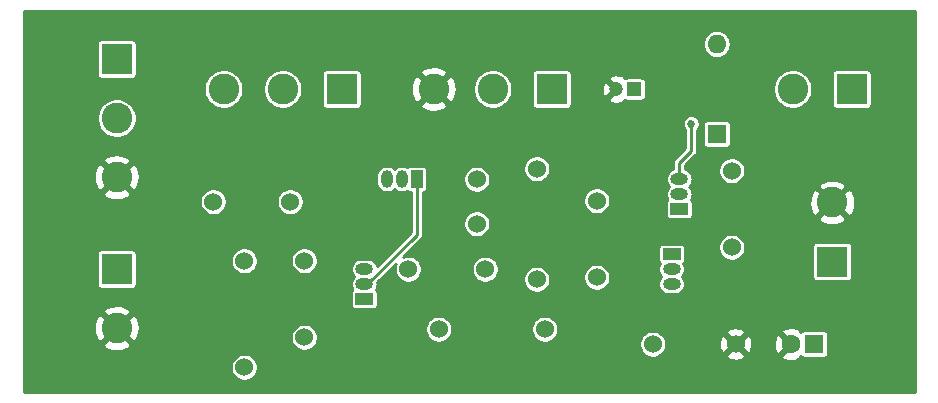
<source format=gbl>
G04 #@! TF.GenerationSoftware,KiCad,Pcbnew,(5.1.0-0)*
G04 #@! TF.CreationDate,2019-04-22T20:51:24-05:00*
G04 #@! TF.ProjectId,Brucester,42727563-6573-4746-9572-2e6b69636164,rev?*
G04 #@! TF.SameCoordinates,Original*
G04 #@! TF.FileFunction,Copper,L2,Bot*
G04 #@! TF.FilePolarity,Positive*
%FSLAX46Y46*%
G04 Gerber Fmt 4.6, Leading zero omitted, Abs format (unit mm)*
G04 Created by KiCad (PCBNEW (5.1.0-0)) date 2019-04-22 20:51:24*
%MOMM*%
%LPD*%
G04 APERTURE LIST*
%ADD10C,1.524000*%
%ADD11R,1.600000X1.600000*%
%ADD12C,1.600000*%
%ADD13R,1.200000X1.200000*%
%ADD14C,1.200000*%
%ADD15O,1.600000X1.600000*%
%ADD16C,2.600000*%
%ADD17R,2.600000X2.600000*%
%ADD18R,1.500000X1.000000*%
%ADD19O,1.500000X1.000000*%
%ADD20R,1.000000X1.500000*%
%ADD21O,1.000000X1.500000*%
%ADD22C,0.685800*%
%ADD23C,0.254000*%
G04 APERTURE END LIST*
D10*
X162505000Y-103505000D03*
X171505000Y-103505000D03*
X180650000Y-104775000D03*
X187650000Y-104775000D03*
X187325000Y-96595000D03*
X187325000Y-90095000D03*
X175895000Y-92635000D03*
X175895000Y-99135000D03*
D11*
X194310000Y-104775000D03*
D12*
X192310000Y-104775000D03*
D10*
X170815000Y-89934000D03*
X170815000Y-99296000D03*
X165735000Y-90835000D03*
X165735000Y-94585000D03*
X159945000Y-98425000D03*
X166445000Y-98425000D03*
X143435000Y-92710000D03*
X149935000Y-92710000D03*
X151130000Y-97715000D03*
X151130000Y-104215000D03*
D13*
X179070000Y-83185000D03*
D14*
X177570000Y-83185000D03*
D10*
X146050000Y-97735000D03*
X146050000Y-106735000D03*
D11*
X186055000Y-86995000D03*
D15*
X186055000Y-79375000D03*
D16*
X195834000Y-92790000D03*
D17*
X195834000Y-97790000D03*
X197485000Y-83185000D03*
D16*
X192485000Y-83185000D03*
D17*
X135255000Y-98425000D03*
D16*
X135255000Y-103425000D03*
D18*
X182880000Y-93345000D03*
D19*
X182880000Y-90805000D03*
X182880000Y-92075000D03*
X182245000Y-98425000D03*
X182245000Y-99695000D03*
D18*
X182245000Y-97155000D03*
D20*
X160655000Y-90805000D03*
D21*
X158115000Y-90805000D03*
X159385000Y-90805000D03*
D19*
X156210000Y-99695000D03*
X156210000Y-98425000D03*
D18*
X156210000Y-100965000D03*
D17*
X172085000Y-83185000D03*
D16*
X167085000Y-83185000D03*
X162085000Y-83185000D03*
X144305000Y-83185000D03*
X149305000Y-83185000D03*
D17*
X154305000Y-83185000D03*
X135255000Y-80645000D03*
D16*
X135255000Y-85645000D03*
X135255000Y-90645000D03*
D22*
X200406000Y-105410000D03*
X197612000Y-107696000D03*
X178054000Y-77724000D03*
X179578000Y-88646000D03*
X162560000Y-94996000D03*
X149860000Y-89154000D03*
X151130000Y-107188000D03*
X138176000Y-94488000D03*
X137414000Y-107696000D03*
X161798000Y-86360000D03*
X170180000Y-107188000D03*
X198374000Y-88646000D03*
X183896000Y-86106000D03*
D23*
X182880000Y-90805000D02*
X182880000Y-89408000D01*
X182880000Y-89408000D02*
X183896000Y-88392000D01*
X183896000Y-88392000D02*
X183896000Y-86106000D01*
X160655000Y-91809000D02*
X160655000Y-90805000D01*
X160655000Y-95500000D02*
X160655000Y-91809000D01*
X156460000Y-99695000D02*
X160655000Y-95500000D01*
X156210000Y-99695000D02*
X156460000Y-99695000D01*
G36*
X202806301Y-108826300D02*
G01*
X127393700Y-108826300D01*
X127393700Y-106622424D01*
X144907000Y-106622424D01*
X144907000Y-106847576D01*
X144950925Y-107068401D01*
X145037087Y-107276413D01*
X145162174Y-107463620D01*
X145321380Y-107622826D01*
X145508587Y-107747913D01*
X145716599Y-107834075D01*
X145937424Y-107878000D01*
X146162576Y-107878000D01*
X146383401Y-107834075D01*
X146591413Y-107747913D01*
X146778620Y-107622826D01*
X146937826Y-107463620D01*
X147062913Y-107276413D01*
X147149075Y-107068401D01*
X147193000Y-106847576D01*
X147193000Y-106622424D01*
X147149075Y-106401599D01*
X147062913Y-106193587D01*
X146937826Y-106006380D01*
X146778620Y-105847174D01*
X146591413Y-105722087D01*
X146383401Y-105635925D01*
X146162576Y-105592000D01*
X145937424Y-105592000D01*
X145716599Y-105635925D01*
X145508587Y-105722087D01*
X145321380Y-105847174D01*
X145162174Y-106006380D01*
X145037087Y-106193587D01*
X144950925Y-106401599D01*
X144907000Y-106622424D01*
X127393700Y-106622424D01*
X127393700Y-104774224D01*
X134085381Y-104774224D01*
X134217317Y-105069312D01*
X134558045Y-105240159D01*
X134925557Y-105341250D01*
X135305729Y-105368701D01*
X135683951Y-105321457D01*
X136045690Y-105201333D01*
X136292683Y-105069312D01*
X136424619Y-104774224D01*
X135255000Y-103604605D01*
X134085381Y-104774224D01*
X127393700Y-104774224D01*
X127393700Y-103475729D01*
X133311299Y-103475729D01*
X133358543Y-103853951D01*
X133478667Y-104215690D01*
X133610688Y-104462683D01*
X133905776Y-104594619D01*
X135075395Y-103425000D01*
X135434605Y-103425000D01*
X136604224Y-104594619D01*
X136899312Y-104462683D01*
X137070159Y-104121955D01*
X137075531Y-104102424D01*
X149987000Y-104102424D01*
X149987000Y-104327576D01*
X150030925Y-104548401D01*
X150117087Y-104756413D01*
X150242174Y-104943620D01*
X150401380Y-105102826D01*
X150588587Y-105227913D01*
X150796599Y-105314075D01*
X151017424Y-105358000D01*
X151242576Y-105358000D01*
X151463401Y-105314075D01*
X151671413Y-105227913D01*
X151858620Y-105102826D01*
X152017826Y-104943620D01*
X152142913Y-104756413D01*
X152181844Y-104662424D01*
X179507000Y-104662424D01*
X179507000Y-104887576D01*
X179550925Y-105108401D01*
X179637087Y-105316413D01*
X179762174Y-105503620D01*
X179921380Y-105662826D01*
X180108587Y-105787913D01*
X180316599Y-105874075D01*
X180537424Y-105918000D01*
X180762576Y-105918000D01*
X180983401Y-105874075D01*
X181191413Y-105787913D01*
X181262274Y-105740565D01*
X186864040Y-105740565D01*
X186931020Y-105980656D01*
X187180048Y-106097756D01*
X187447135Y-106164023D01*
X187722017Y-106176910D01*
X187994133Y-106135922D01*
X188253023Y-106042636D01*
X188368980Y-105980656D01*
X188435960Y-105740565D01*
X187650000Y-104954605D01*
X186864040Y-105740565D01*
X181262274Y-105740565D01*
X181378620Y-105662826D01*
X181537826Y-105503620D01*
X181662913Y-105316413D01*
X181749075Y-105108401D01*
X181793000Y-104887576D01*
X181793000Y-104847017D01*
X186248090Y-104847017D01*
X186289078Y-105119133D01*
X186382364Y-105378023D01*
X186444344Y-105493980D01*
X186684435Y-105560960D01*
X187470395Y-104775000D01*
X187829605Y-104775000D01*
X188615565Y-105560960D01*
X188855656Y-105493980D01*
X188972756Y-105244952D01*
X189039023Y-104977865D01*
X189045227Y-104845512D01*
X190869783Y-104845512D01*
X190911213Y-105125130D01*
X191006397Y-105391292D01*
X191073329Y-105516514D01*
X191317298Y-105588097D01*
X192130395Y-104775000D01*
X191317298Y-103961903D01*
X191073329Y-104033486D01*
X190952429Y-104288996D01*
X190883700Y-104563184D01*
X190869783Y-104845512D01*
X189045227Y-104845512D01*
X189051910Y-104702983D01*
X189010922Y-104430867D01*
X188917636Y-104171977D01*
X188855656Y-104056020D01*
X188615565Y-103989040D01*
X187829605Y-104775000D01*
X187470395Y-104775000D01*
X186684435Y-103989040D01*
X186444344Y-104056020D01*
X186327244Y-104305048D01*
X186260977Y-104572135D01*
X186248090Y-104847017D01*
X181793000Y-104847017D01*
X181793000Y-104662424D01*
X181749075Y-104441599D01*
X181662913Y-104233587D01*
X181537826Y-104046380D01*
X181378620Y-103887174D01*
X181262275Y-103809435D01*
X186864040Y-103809435D01*
X187650000Y-104595395D01*
X188435960Y-103809435D01*
X188428390Y-103782298D01*
X191496903Y-103782298D01*
X192310000Y-104595395D01*
X192324143Y-104581253D01*
X192503748Y-104760858D01*
X192489605Y-104775000D01*
X192503748Y-104789143D01*
X192324143Y-104968748D01*
X192310000Y-104954605D01*
X191496903Y-105767702D01*
X191568486Y-106011671D01*
X191823996Y-106132571D01*
X192098184Y-106201300D01*
X192380512Y-106215217D01*
X192660130Y-106173787D01*
X192926292Y-106078603D01*
X193051514Y-106011671D01*
X193123097Y-105767704D01*
X193239370Y-105883977D01*
X193260351Y-105862996D01*
X193297304Y-105893322D01*
X193363492Y-105928701D01*
X193435311Y-105950487D01*
X193510000Y-105957843D01*
X195110000Y-105957843D01*
X195184689Y-105950487D01*
X195256508Y-105928701D01*
X195322696Y-105893322D01*
X195380711Y-105845711D01*
X195428322Y-105787696D01*
X195463701Y-105721508D01*
X195485487Y-105649689D01*
X195492843Y-105575000D01*
X195492843Y-103975000D01*
X195485487Y-103900311D01*
X195463701Y-103828492D01*
X195428322Y-103762304D01*
X195380711Y-103704289D01*
X195322696Y-103656678D01*
X195256508Y-103621299D01*
X195184689Y-103599513D01*
X195110000Y-103592157D01*
X193510000Y-103592157D01*
X193435311Y-103599513D01*
X193363492Y-103621299D01*
X193297304Y-103656678D01*
X193260351Y-103687004D01*
X193239370Y-103666023D01*
X193123097Y-103782296D01*
X193051514Y-103538329D01*
X192796004Y-103417429D01*
X192521816Y-103348700D01*
X192239488Y-103334783D01*
X191959870Y-103376213D01*
X191693708Y-103471397D01*
X191568486Y-103538329D01*
X191496903Y-103782298D01*
X188428390Y-103782298D01*
X188368980Y-103569344D01*
X188119952Y-103452244D01*
X187852865Y-103385977D01*
X187577983Y-103373090D01*
X187305867Y-103414078D01*
X187046977Y-103507364D01*
X186931020Y-103569344D01*
X186864040Y-103809435D01*
X181262275Y-103809435D01*
X181191413Y-103762087D01*
X180983401Y-103675925D01*
X180762576Y-103632000D01*
X180537424Y-103632000D01*
X180316599Y-103675925D01*
X180108587Y-103762087D01*
X179921380Y-103887174D01*
X179762174Y-104046380D01*
X179637087Y-104233587D01*
X179550925Y-104441599D01*
X179507000Y-104662424D01*
X152181844Y-104662424D01*
X152229075Y-104548401D01*
X152273000Y-104327576D01*
X152273000Y-104102424D01*
X152229075Y-103881599D01*
X152142913Y-103673587D01*
X152017826Y-103486380D01*
X151923870Y-103392424D01*
X161362000Y-103392424D01*
X161362000Y-103617576D01*
X161405925Y-103838401D01*
X161492087Y-104046413D01*
X161617174Y-104233620D01*
X161776380Y-104392826D01*
X161963587Y-104517913D01*
X162171599Y-104604075D01*
X162392424Y-104648000D01*
X162617576Y-104648000D01*
X162838401Y-104604075D01*
X163046413Y-104517913D01*
X163233620Y-104392826D01*
X163392826Y-104233620D01*
X163517913Y-104046413D01*
X163604075Y-103838401D01*
X163648000Y-103617576D01*
X163648000Y-103392424D01*
X170362000Y-103392424D01*
X170362000Y-103617576D01*
X170405925Y-103838401D01*
X170492087Y-104046413D01*
X170617174Y-104233620D01*
X170776380Y-104392826D01*
X170963587Y-104517913D01*
X171171599Y-104604075D01*
X171392424Y-104648000D01*
X171617576Y-104648000D01*
X171838401Y-104604075D01*
X172046413Y-104517913D01*
X172233620Y-104392826D01*
X172392826Y-104233620D01*
X172517913Y-104046413D01*
X172604075Y-103838401D01*
X172648000Y-103617576D01*
X172648000Y-103392424D01*
X172604075Y-103171599D01*
X172517913Y-102963587D01*
X172392826Y-102776380D01*
X172233620Y-102617174D01*
X172046413Y-102492087D01*
X171838401Y-102405925D01*
X171617576Y-102362000D01*
X171392424Y-102362000D01*
X171171599Y-102405925D01*
X170963587Y-102492087D01*
X170776380Y-102617174D01*
X170617174Y-102776380D01*
X170492087Y-102963587D01*
X170405925Y-103171599D01*
X170362000Y-103392424D01*
X163648000Y-103392424D01*
X163604075Y-103171599D01*
X163517913Y-102963587D01*
X163392826Y-102776380D01*
X163233620Y-102617174D01*
X163046413Y-102492087D01*
X162838401Y-102405925D01*
X162617576Y-102362000D01*
X162392424Y-102362000D01*
X162171599Y-102405925D01*
X161963587Y-102492087D01*
X161776380Y-102617174D01*
X161617174Y-102776380D01*
X161492087Y-102963587D01*
X161405925Y-103171599D01*
X161362000Y-103392424D01*
X151923870Y-103392424D01*
X151858620Y-103327174D01*
X151671413Y-103202087D01*
X151463401Y-103115925D01*
X151242576Y-103072000D01*
X151017424Y-103072000D01*
X150796599Y-103115925D01*
X150588587Y-103202087D01*
X150401380Y-103327174D01*
X150242174Y-103486380D01*
X150117087Y-103673587D01*
X150030925Y-103881599D01*
X149987000Y-104102424D01*
X137075531Y-104102424D01*
X137171250Y-103754443D01*
X137198701Y-103374271D01*
X137151457Y-102996049D01*
X137031333Y-102634310D01*
X136899312Y-102387317D01*
X136604224Y-102255381D01*
X135434605Y-103425000D01*
X135075395Y-103425000D01*
X133905776Y-102255381D01*
X133610688Y-102387317D01*
X133439841Y-102728045D01*
X133338750Y-103095557D01*
X133311299Y-103475729D01*
X127393700Y-103475729D01*
X127393700Y-102075776D01*
X134085381Y-102075776D01*
X135255000Y-103245395D01*
X136424619Y-102075776D01*
X136292683Y-101780688D01*
X135951955Y-101609841D01*
X135584443Y-101508750D01*
X135204271Y-101481299D01*
X134826049Y-101528543D01*
X134464310Y-101648667D01*
X134217317Y-101780688D01*
X134085381Y-102075776D01*
X127393700Y-102075776D01*
X127393700Y-97125000D01*
X133572157Y-97125000D01*
X133572157Y-99725000D01*
X133579513Y-99799689D01*
X133601299Y-99871508D01*
X133636678Y-99937696D01*
X133684289Y-99995711D01*
X133742304Y-100043322D01*
X133808492Y-100078701D01*
X133880311Y-100100487D01*
X133955000Y-100107843D01*
X136555000Y-100107843D01*
X136629689Y-100100487D01*
X136701508Y-100078701D01*
X136767696Y-100043322D01*
X136825711Y-99995711D01*
X136873322Y-99937696D01*
X136908701Y-99871508D01*
X136930487Y-99799689D01*
X136937843Y-99725000D01*
X136937843Y-97622424D01*
X144907000Y-97622424D01*
X144907000Y-97847576D01*
X144950925Y-98068401D01*
X145037087Y-98276413D01*
X145162174Y-98463620D01*
X145321380Y-98622826D01*
X145508587Y-98747913D01*
X145716599Y-98834075D01*
X145937424Y-98878000D01*
X146162576Y-98878000D01*
X146383401Y-98834075D01*
X146591413Y-98747913D01*
X146778620Y-98622826D01*
X146937826Y-98463620D01*
X147062913Y-98276413D01*
X147149075Y-98068401D01*
X147193000Y-97847576D01*
X147193000Y-97622424D01*
X147189022Y-97602424D01*
X149987000Y-97602424D01*
X149987000Y-97827576D01*
X150030925Y-98048401D01*
X150117087Y-98256413D01*
X150242174Y-98443620D01*
X150401380Y-98602826D01*
X150588587Y-98727913D01*
X150796599Y-98814075D01*
X151017424Y-98858000D01*
X151242576Y-98858000D01*
X151463401Y-98814075D01*
X151671413Y-98727913D01*
X151858620Y-98602826D01*
X152017826Y-98443620D01*
X152030267Y-98425000D01*
X155074738Y-98425000D01*
X155091748Y-98597706D01*
X155142125Y-98763775D01*
X155223932Y-98916825D01*
X155334025Y-99050975D01*
X155345022Y-99060000D01*
X155334025Y-99069025D01*
X155223932Y-99203175D01*
X155142125Y-99356225D01*
X155091748Y-99522294D01*
X155074738Y-99695000D01*
X155091748Y-99867706D01*
X155142125Y-100033775D01*
X155216142Y-100172251D01*
X155189289Y-100194289D01*
X155141678Y-100252304D01*
X155106299Y-100318492D01*
X155084513Y-100390311D01*
X155077157Y-100465000D01*
X155077157Y-101465000D01*
X155084513Y-101539689D01*
X155106299Y-101611508D01*
X155141678Y-101677696D01*
X155189289Y-101735711D01*
X155247304Y-101783322D01*
X155313492Y-101818701D01*
X155385311Y-101840487D01*
X155460000Y-101847843D01*
X156960000Y-101847843D01*
X157034689Y-101840487D01*
X157106508Y-101818701D01*
X157172696Y-101783322D01*
X157230711Y-101735711D01*
X157278322Y-101677696D01*
X157313701Y-101611508D01*
X157335487Y-101539689D01*
X157342843Y-101465000D01*
X157342843Y-100465000D01*
X157335487Y-100390311D01*
X157313701Y-100318492D01*
X157278322Y-100252304D01*
X157230711Y-100194289D01*
X157203858Y-100172251D01*
X157277875Y-100033775D01*
X157328252Y-99867706D01*
X157345262Y-99695000D01*
X157330303Y-99543117D01*
X158891254Y-97982166D01*
X158845925Y-98091599D01*
X158802000Y-98312424D01*
X158802000Y-98537576D01*
X158845925Y-98758401D01*
X158932087Y-98966413D01*
X159057174Y-99153620D01*
X159216380Y-99312826D01*
X159403587Y-99437913D01*
X159611599Y-99524075D01*
X159832424Y-99568000D01*
X160057576Y-99568000D01*
X160278401Y-99524075D01*
X160486413Y-99437913D01*
X160673620Y-99312826D01*
X160832826Y-99153620D01*
X160957913Y-98966413D01*
X161044075Y-98758401D01*
X161088000Y-98537576D01*
X161088000Y-98312424D01*
X165302000Y-98312424D01*
X165302000Y-98537576D01*
X165345925Y-98758401D01*
X165432087Y-98966413D01*
X165557174Y-99153620D01*
X165716380Y-99312826D01*
X165903587Y-99437913D01*
X166111599Y-99524075D01*
X166332424Y-99568000D01*
X166557576Y-99568000D01*
X166778401Y-99524075D01*
X166986413Y-99437913D01*
X167173620Y-99312826D01*
X167303022Y-99183424D01*
X169672000Y-99183424D01*
X169672000Y-99408576D01*
X169715925Y-99629401D01*
X169802087Y-99837413D01*
X169927174Y-100024620D01*
X170086380Y-100183826D01*
X170273587Y-100308913D01*
X170481599Y-100395075D01*
X170702424Y-100439000D01*
X170927576Y-100439000D01*
X171148401Y-100395075D01*
X171356413Y-100308913D01*
X171543620Y-100183826D01*
X171702826Y-100024620D01*
X171827913Y-99837413D01*
X171914075Y-99629401D01*
X171958000Y-99408576D01*
X171958000Y-99183424D01*
X171925975Y-99022424D01*
X174752000Y-99022424D01*
X174752000Y-99247576D01*
X174795925Y-99468401D01*
X174882087Y-99676413D01*
X175007174Y-99863620D01*
X175166380Y-100022826D01*
X175353587Y-100147913D01*
X175561599Y-100234075D01*
X175782424Y-100278000D01*
X176007576Y-100278000D01*
X176228401Y-100234075D01*
X176436413Y-100147913D01*
X176623620Y-100022826D01*
X176782826Y-99863620D01*
X176907913Y-99676413D01*
X176994075Y-99468401D01*
X177038000Y-99247576D01*
X177038000Y-99022424D01*
X176994075Y-98801599D01*
X176907913Y-98593587D01*
X176795268Y-98425000D01*
X181109738Y-98425000D01*
X181126748Y-98597706D01*
X181177125Y-98763775D01*
X181258932Y-98916825D01*
X181369025Y-99050975D01*
X181380022Y-99060000D01*
X181369025Y-99069025D01*
X181258932Y-99203175D01*
X181177125Y-99356225D01*
X181126748Y-99522294D01*
X181109738Y-99695000D01*
X181126748Y-99867706D01*
X181177125Y-100033775D01*
X181258932Y-100186825D01*
X181369025Y-100320975D01*
X181503175Y-100431068D01*
X181656225Y-100512875D01*
X181822294Y-100563252D01*
X181951727Y-100576000D01*
X182538273Y-100576000D01*
X182667706Y-100563252D01*
X182833775Y-100512875D01*
X182986825Y-100431068D01*
X183120975Y-100320975D01*
X183231068Y-100186825D01*
X183312875Y-100033775D01*
X183363252Y-99867706D01*
X183380262Y-99695000D01*
X183363252Y-99522294D01*
X183312875Y-99356225D01*
X183231068Y-99203175D01*
X183120975Y-99069025D01*
X183109978Y-99060000D01*
X183120975Y-99050975D01*
X183231068Y-98916825D01*
X183312875Y-98763775D01*
X183363252Y-98597706D01*
X183380262Y-98425000D01*
X183363252Y-98252294D01*
X183312875Y-98086225D01*
X183238858Y-97947749D01*
X183265711Y-97925711D01*
X183313322Y-97867696D01*
X183348701Y-97801508D01*
X183370487Y-97729689D01*
X183377843Y-97655000D01*
X183377843Y-96655000D01*
X183370487Y-96580311D01*
X183348701Y-96508492D01*
X183334768Y-96482424D01*
X186182000Y-96482424D01*
X186182000Y-96707576D01*
X186225925Y-96928401D01*
X186312087Y-97136413D01*
X186437174Y-97323620D01*
X186596380Y-97482826D01*
X186783587Y-97607913D01*
X186991599Y-97694075D01*
X187212424Y-97738000D01*
X187437576Y-97738000D01*
X187658401Y-97694075D01*
X187866413Y-97607913D01*
X188053620Y-97482826D01*
X188212826Y-97323620D01*
X188337913Y-97136413D01*
X188424075Y-96928401D01*
X188468000Y-96707576D01*
X188468000Y-96490000D01*
X194151157Y-96490000D01*
X194151157Y-99090000D01*
X194158513Y-99164689D01*
X194180299Y-99236508D01*
X194215678Y-99302696D01*
X194263289Y-99360711D01*
X194321304Y-99408322D01*
X194387492Y-99443701D01*
X194459311Y-99465487D01*
X194534000Y-99472843D01*
X197134000Y-99472843D01*
X197208689Y-99465487D01*
X197280508Y-99443701D01*
X197346696Y-99408322D01*
X197404711Y-99360711D01*
X197452322Y-99302696D01*
X197487701Y-99236508D01*
X197509487Y-99164689D01*
X197516843Y-99090000D01*
X197516843Y-96490000D01*
X197509487Y-96415311D01*
X197487701Y-96343492D01*
X197452322Y-96277304D01*
X197404711Y-96219289D01*
X197346696Y-96171678D01*
X197280508Y-96136299D01*
X197208689Y-96114513D01*
X197134000Y-96107157D01*
X194534000Y-96107157D01*
X194459311Y-96114513D01*
X194387492Y-96136299D01*
X194321304Y-96171678D01*
X194263289Y-96219289D01*
X194215678Y-96277304D01*
X194180299Y-96343492D01*
X194158513Y-96415311D01*
X194151157Y-96490000D01*
X188468000Y-96490000D01*
X188468000Y-96482424D01*
X188424075Y-96261599D01*
X188337913Y-96053587D01*
X188212826Y-95866380D01*
X188053620Y-95707174D01*
X187866413Y-95582087D01*
X187658401Y-95495925D01*
X187437576Y-95452000D01*
X187212424Y-95452000D01*
X186991599Y-95495925D01*
X186783587Y-95582087D01*
X186596380Y-95707174D01*
X186437174Y-95866380D01*
X186312087Y-96053587D01*
X186225925Y-96261599D01*
X186182000Y-96482424D01*
X183334768Y-96482424D01*
X183313322Y-96442304D01*
X183265711Y-96384289D01*
X183207696Y-96336678D01*
X183141508Y-96301299D01*
X183069689Y-96279513D01*
X182995000Y-96272157D01*
X181495000Y-96272157D01*
X181420311Y-96279513D01*
X181348492Y-96301299D01*
X181282304Y-96336678D01*
X181224289Y-96384289D01*
X181176678Y-96442304D01*
X181141299Y-96508492D01*
X181119513Y-96580311D01*
X181112157Y-96655000D01*
X181112157Y-97655000D01*
X181119513Y-97729689D01*
X181141299Y-97801508D01*
X181176678Y-97867696D01*
X181224289Y-97925711D01*
X181251142Y-97947749D01*
X181177125Y-98086225D01*
X181126748Y-98252294D01*
X181109738Y-98425000D01*
X176795268Y-98425000D01*
X176782826Y-98406380D01*
X176623620Y-98247174D01*
X176436413Y-98122087D01*
X176228401Y-98035925D01*
X176007576Y-97992000D01*
X175782424Y-97992000D01*
X175561599Y-98035925D01*
X175353587Y-98122087D01*
X175166380Y-98247174D01*
X175007174Y-98406380D01*
X174882087Y-98593587D01*
X174795925Y-98801599D01*
X174752000Y-99022424D01*
X171925975Y-99022424D01*
X171914075Y-98962599D01*
X171827913Y-98754587D01*
X171702826Y-98567380D01*
X171543620Y-98408174D01*
X171356413Y-98283087D01*
X171148401Y-98196925D01*
X170927576Y-98153000D01*
X170702424Y-98153000D01*
X170481599Y-98196925D01*
X170273587Y-98283087D01*
X170086380Y-98408174D01*
X169927174Y-98567380D01*
X169802087Y-98754587D01*
X169715925Y-98962599D01*
X169672000Y-99183424D01*
X167303022Y-99183424D01*
X167332826Y-99153620D01*
X167457913Y-98966413D01*
X167544075Y-98758401D01*
X167588000Y-98537576D01*
X167588000Y-98312424D01*
X167544075Y-98091599D01*
X167457913Y-97883587D01*
X167332826Y-97696380D01*
X167173620Y-97537174D01*
X166986413Y-97412087D01*
X166778401Y-97325925D01*
X166557576Y-97282000D01*
X166332424Y-97282000D01*
X166111599Y-97325925D01*
X165903587Y-97412087D01*
X165716380Y-97537174D01*
X165557174Y-97696380D01*
X165432087Y-97883587D01*
X165345925Y-98091599D01*
X165302000Y-98312424D01*
X161088000Y-98312424D01*
X161044075Y-98091599D01*
X160957913Y-97883587D01*
X160832826Y-97696380D01*
X160673620Y-97537174D01*
X160486413Y-97412087D01*
X160278401Y-97325925D01*
X160057576Y-97282000D01*
X159832424Y-97282000D01*
X159611599Y-97325925D01*
X159502166Y-97371254D01*
X160996565Y-95876855D01*
X161015948Y-95860948D01*
X161079429Y-95783595D01*
X161126601Y-95695343D01*
X161155649Y-95599585D01*
X161163000Y-95524947D01*
X161163000Y-95524944D01*
X161165457Y-95500000D01*
X161163000Y-95475056D01*
X161163000Y-94472424D01*
X164592000Y-94472424D01*
X164592000Y-94697576D01*
X164635925Y-94918401D01*
X164722087Y-95126413D01*
X164847174Y-95313620D01*
X165006380Y-95472826D01*
X165193587Y-95597913D01*
X165401599Y-95684075D01*
X165622424Y-95728000D01*
X165847576Y-95728000D01*
X166068401Y-95684075D01*
X166276413Y-95597913D01*
X166463620Y-95472826D01*
X166622826Y-95313620D01*
X166747913Y-95126413D01*
X166834075Y-94918401D01*
X166878000Y-94697576D01*
X166878000Y-94472424D01*
X166834075Y-94251599D01*
X166747913Y-94043587D01*
X166622826Y-93856380D01*
X166463620Y-93697174D01*
X166276413Y-93572087D01*
X166068401Y-93485925D01*
X165847576Y-93442000D01*
X165622424Y-93442000D01*
X165401599Y-93485925D01*
X165193587Y-93572087D01*
X165006380Y-93697174D01*
X164847174Y-93856380D01*
X164722087Y-94043587D01*
X164635925Y-94251599D01*
X164592000Y-94472424D01*
X161163000Y-94472424D01*
X161163000Y-92522424D01*
X174752000Y-92522424D01*
X174752000Y-92747576D01*
X174795925Y-92968401D01*
X174882087Y-93176413D01*
X175007174Y-93363620D01*
X175166380Y-93522826D01*
X175353587Y-93647913D01*
X175561599Y-93734075D01*
X175782424Y-93778000D01*
X176007576Y-93778000D01*
X176228401Y-93734075D01*
X176436413Y-93647913D01*
X176623620Y-93522826D01*
X176782826Y-93363620D01*
X176907913Y-93176413D01*
X176994075Y-92968401D01*
X177038000Y-92747576D01*
X177038000Y-92522424D01*
X176994075Y-92301599D01*
X176907913Y-92093587D01*
X176782826Y-91906380D01*
X176623620Y-91747174D01*
X176436413Y-91622087D01*
X176228401Y-91535925D01*
X176007576Y-91492000D01*
X175782424Y-91492000D01*
X175561599Y-91535925D01*
X175353587Y-91622087D01*
X175166380Y-91747174D01*
X175007174Y-91906380D01*
X174882087Y-92093587D01*
X174795925Y-92301599D01*
X174752000Y-92522424D01*
X161163000Y-92522424D01*
X161163000Y-91937055D01*
X161229689Y-91930487D01*
X161301508Y-91908701D01*
X161367696Y-91873322D01*
X161425711Y-91825711D01*
X161473322Y-91767696D01*
X161508701Y-91701508D01*
X161530487Y-91629689D01*
X161537843Y-91555000D01*
X161537843Y-90722424D01*
X164592000Y-90722424D01*
X164592000Y-90947576D01*
X164635925Y-91168401D01*
X164722087Y-91376413D01*
X164847174Y-91563620D01*
X165006380Y-91722826D01*
X165193587Y-91847913D01*
X165401599Y-91934075D01*
X165622424Y-91978000D01*
X165847576Y-91978000D01*
X166068401Y-91934075D01*
X166276413Y-91847913D01*
X166463620Y-91722826D01*
X166622826Y-91563620D01*
X166747913Y-91376413D01*
X166834075Y-91168401D01*
X166878000Y-90947576D01*
X166878000Y-90722424D01*
X166834075Y-90501599D01*
X166747913Y-90293587D01*
X166622826Y-90106380D01*
X166463620Y-89947174D01*
X166276413Y-89822087D01*
X166274813Y-89821424D01*
X169672000Y-89821424D01*
X169672000Y-90046576D01*
X169715925Y-90267401D01*
X169802087Y-90475413D01*
X169927174Y-90662620D01*
X170086380Y-90821826D01*
X170273587Y-90946913D01*
X170481599Y-91033075D01*
X170702424Y-91077000D01*
X170927576Y-91077000D01*
X171148401Y-91033075D01*
X171356413Y-90946913D01*
X171543620Y-90821826D01*
X171560446Y-90805000D01*
X181744738Y-90805000D01*
X181761748Y-90977706D01*
X181812125Y-91143775D01*
X181893932Y-91296825D01*
X182004025Y-91430975D01*
X182015022Y-91440000D01*
X182004025Y-91449025D01*
X181893932Y-91583175D01*
X181812125Y-91736225D01*
X181761748Y-91902294D01*
X181744738Y-92075000D01*
X181761748Y-92247706D01*
X181812125Y-92413775D01*
X181886142Y-92552251D01*
X181859289Y-92574289D01*
X181811678Y-92632304D01*
X181776299Y-92698492D01*
X181754513Y-92770311D01*
X181747157Y-92845000D01*
X181747157Y-93845000D01*
X181754513Y-93919689D01*
X181776299Y-93991508D01*
X181811678Y-94057696D01*
X181859289Y-94115711D01*
X181917304Y-94163322D01*
X181983492Y-94198701D01*
X182055311Y-94220487D01*
X182130000Y-94227843D01*
X183630000Y-94227843D01*
X183704689Y-94220487D01*
X183776508Y-94198701D01*
X183842696Y-94163322D01*
X183872059Y-94139224D01*
X194664381Y-94139224D01*
X194796317Y-94434312D01*
X195137045Y-94605159D01*
X195504557Y-94706250D01*
X195884729Y-94733701D01*
X196262951Y-94686457D01*
X196624690Y-94566333D01*
X196871683Y-94434312D01*
X197003619Y-94139224D01*
X195834000Y-92969605D01*
X194664381Y-94139224D01*
X183872059Y-94139224D01*
X183900711Y-94115711D01*
X183948322Y-94057696D01*
X183983701Y-93991508D01*
X184005487Y-93919689D01*
X184012843Y-93845000D01*
X184012843Y-92845000D01*
X184012423Y-92840729D01*
X193890299Y-92840729D01*
X193937543Y-93218951D01*
X194057667Y-93580690D01*
X194189688Y-93827683D01*
X194484776Y-93959619D01*
X195654395Y-92790000D01*
X196013605Y-92790000D01*
X197183224Y-93959619D01*
X197478312Y-93827683D01*
X197649159Y-93486955D01*
X197750250Y-93119443D01*
X197777701Y-92739271D01*
X197730457Y-92361049D01*
X197610333Y-91999310D01*
X197478312Y-91752317D01*
X197183224Y-91620381D01*
X196013605Y-92790000D01*
X195654395Y-92790000D01*
X194484776Y-91620381D01*
X194189688Y-91752317D01*
X194018841Y-92093045D01*
X193917750Y-92460557D01*
X193890299Y-92840729D01*
X184012423Y-92840729D01*
X184005487Y-92770311D01*
X183983701Y-92698492D01*
X183948322Y-92632304D01*
X183900711Y-92574289D01*
X183873858Y-92552251D01*
X183947875Y-92413775D01*
X183998252Y-92247706D01*
X184015262Y-92075000D01*
X183998252Y-91902294D01*
X183947875Y-91736225D01*
X183866068Y-91583175D01*
X183755975Y-91449025D01*
X183745924Y-91440776D01*
X194664381Y-91440776D01*
X195834000Y-92610395D01*
X197003619Y-91440776D01*
X196871683Y-91145688D01*
X196530955Y-90974841D01*
X196163443Y-90873750D01*
X195783271Y-90846299D01*
X195405049Y-90893543D01*
X195043310Y-91013667D01*
X194796317Y-91145688D01*
X194664381Y-91440776D01*
X183745924Y-91440776D01*
X183744978Y-91440000D01*
X183755975Y-91430975D01*
X183866068Y-91296825D01*
X183947875Y-91143775D01*
X183998252Y-90977706D01*
X184015262Y-90805000D01*
X183998252Y-90632294D01*
X183947875Y-90466225D01*
X183866068Y-90313175D01*
X183755975Y-90179025D01*
X183621825Y-90068932D01*
X183468775Y-89987125D01*
X183453278Y-89982424D01*
X186182000Y-89982424D01*
X186182000Y-90207576D01*
X186225925Y-90428401D01*
X186312087Y-90636413D01*
X186437174Y-90823620D01*
X186596380Y-90982826D01*
X186783587Y-91107913D01*
X186991599Y-91194075D01*
X187212424Y-91238000D01*
X187437576Y-91238000D01*
X187658401Y-91194075D01*
X187866413Y-91107913D01*
X188053620Y-90982826D01*
X188212826Y-90823620D01*
X188337913Y-90636413D01*
X188424075Y-90428401D01*
X188468000Y-90207576D01*
X188468000Y-89982424D01*
X188424075Y-89761599D01*
X188337913Y-89553587D01*
X188212826Y-89366380D01*
X188053620Y-89207174D01*
X187866413Y-89082087D01*
X187658401Y-88995925D01*
X187437576Y-88952000D01*
X187212424Y-88952000D01*
X186991599Y-88995925D01*
X186783587Y-89082087D01*
X186596380Y-89207174D01*
X186437174Y-89366380D01*
X186312087Y-89553587D01*
X186225925Y-89761599D01*
X186182000Y-89982424D01*
X183453278Y-89982424D01*
X183388000Y-89962622D01*
X183388000Y-89618420D01*
X184237571Y-88768850D01*
X184256948Y-88752948D01*
X184275624Y-88730190D01*
X184320429Y-88675596D01*
X184367600Y-88587344D01*
X184367601Y-88587343D01*
X184396649Y-88491585D01*
X184404000Y-88416947D01*
X184404000Y-88416944D01*
X184406457Y-88392000D01*
X184404000Y-88367056D01*
X184404000Y-86621750D01*
X184458290Y-86567460D01*
X184537512Y-86448895D01*
X184592081Y-86317154D01*
X184616378Y-86195000D01*
X184872157Y-86195000D01*
X184872157Y-87795000D01*
X184879513Y-87869689D01*
X184901299Y-87941508D01*
X184936678Y-88007696D01*
X184984289Y-88065711D01*
X185042304Y-88113322D01*
X185108492Y-88148701D01*
X185180311Y-88170487D01*
X185255000Y-88177843D01*
X186855000Y-88177843D01*
X186929689Y-88170487D01*
X187001508Y-88148701D01*
X187067696Y-88113322D01*
X187125711Y-88065711D01*
X187173322Y-88007696D01*
X187208701Y-87941508D01*
X187230487Y-87869689D01*
X187237843Y-87795000D01*
X187237843Y-86195000D01*
X187230487Y-86120311D01*
X187208701Y-86048492D01*
X187173322Y-85982304D01*
X187125711Y-85924289D01*
X187067696Y-85876678D01*
X187001508Y-85841299D01*
X186929689Y-85819513D01*
X186855000Y-85812157D01*
X185255000Y-85812157D01*
X185180311Y-85819513D01*
X185108492Y-85841299D01*
X185042304Y-85876678D01*
X184984289Y-85924289D01*
X184936678Y-85982304D01*
X184901299Y-86048492D01*
X184879513Y-86120311D01*
X184872157Y-86195000D01*
X184616378Y-86195000D01*
X184619900Y-86177298D01*
X184619900Y-86034702D01*
X184592081Y-85894846D01*
X184537512Y-85763105D01*
X184458290Y-85644540D01*
X184357460Y-85543710D01*
X184238895Y-85464488D01*
X184107154Y-85409919D01*
X183967298Y-85382100D01*
X183824702Y-85382100D01*
X183684846Y-85409919D01*
X183553105Y-85464488D01*
X183434540Y-85543710D01*
X183333710Y-85644540D01*
X183254488Y-85763105D01*
X183199919Y-85894846D01*
X183172100Y-86034702D01*
X183172100Y-86177298D01*
X183199919Y-86317154D01*
X183254488Y-86448895D01*
X183333710Y-86567460D01*
X183388001Y-86621751D01*
X183388000Y-88181579D01*
X182538430Y-89031150D01*
X182519053Y-89047052D01*
X182503151Y-89066429D01*
X182503150Y-89066430D01*
X182455571Y-89124405D01*
X182408400Y-89212657D01*
X182379352Y-89308416D01*
X182369543Y-89408000D01*
X182372001Y-89432954D01*
X182372001Y-89962622D01*
X182291225Y-89987125D01*
X182138175Y-90068932D01*
X182004025Y-90179025D01*
X181893932Y-90313175D01*
X181812125Y-90466225D01*
X181761748Y-90632294D01*
X181744738Y-90805000D01*
X171560446Y-90805000D01*
X171702826Y-90662620D01*
X171827913Y-90475413D01*
X171914075Y-90267401D01*
X171958000Y-90046576D01*
X171958000Y-89821424D01*
X171914075Y-89600599D01*
X171827913Y-89392587D01*
X171702826Y-89205380D01*
X171543620Y-89046174D01*
X171356413Y-88921087D01*
X171148401Y-88834925D01*
X170927576Y-88791000D01*
X170702424Y-88791000D01*
X170481599Y-88834925D01*
X170273587Y-88921087D01*
X170086380Y-89046174D01*
X169927174Y-89205380D01*
X169802087Y-89392587D01*
X169715925Y-89600599D01*
X169672000Y-89821424D01*
X166274813Y-89821424D01*
X166068401Y-89735925D01*
X165847576Y-89692000D01*
X165622424Y-89692000D01*
X165401599Y-89735925D01*
X165193587Y-89822087D01*
X165006380Y-89947174D01*
X164847174Y-90106380D01*
X164722087Y-90293587D01*
X164635925Y-90501599D01*
X164592000Y-90722424D01*
X161537843Y-90722424D01*
X161537843Y-90055000D01*
X161530487Y-89980311D01*
X161508701Y-89908492D01*
X161473322Y-89842304D01*
X161425711Y-89784289D01*
X161367696Y-89736678D01*
X161301508Y-89701299D01*
X161229689Y-89679513D01*
X161155000Y-89672157D01*
X160155000Y-89672157D01*
X160080311Y-89679513D01*
X160008492Y-89701299D01*
X159942304Y-89736678D01*
X159884289Y-89784289D01*
X159862251Y-89811143D01*
X159723774Y-89737125D01*
X159557705Y-89686748D01*
X159385000Y-89669738D01*
X159212294Y-89686748D01*
X159046225Y-89737125D01*
X158893175Y-89818932D01*
X158759025Y-89929025D01*
X158750000Y-89940022D01*
X158740975Y-89929025D01*
X158606824Y-89818932D01*
X158453774Y-89737125D01*
X158287705Y-89686748D01*
X158115000Y-89669738D01*
X157942294Y-89686748D01*
X157776225Y-89737125D01*
X157623175Y-89818932D01*
X157489025Y-89929025D01*
X157378932Y-90063176D01*
X157297125Y-90216226D01*
X157246748Y-90382295D01*
X157234000Y-90511728D01*
X157234000Y-91098273D01*
X157246748Y-91227706D01*
X157297125Y-91393775D01*
X157378933Y-91546825D01*
X157489026Y-91680975D01*
X157623176Y-91791068D01*
X157776226Y-91872875D01*
X157942295Y-91923252D01*
X158115000Y-91940262D01*
X158287706Y-91923252D01*
X158453775Y-91872875D01*
X158606825Y-91791068D01*
X158740975Y-91680975D01*
X158750001Y-91669977D01*
X158759026Y-91680975D01*
X158893176Y-91791068D01*
X159046226Y-91872875D01*
X159212295Y-91923252D01*
X159385000Y-91940262D01*
X159557706Y-91923252D01*
X159723775Y-91872875D01*
X159862251Y-91798858D01*
X159884289Y-91825711D01*
X159942304Y-91873322D01*
X160008492Y-91908701D01*
X160080311Y-91930487D01*
X160147001Y-91937055D01*
X160147000Y-95289580D01*
X157294744Y-98141836D01*
X157277875Y-98086225D01*
X157196068Y-97933175D01*
X157085975Y-97799025D01*
X156951825Y-97688932D01*
X156798775Y-97607125D01*
X156632706Y-97556748D01*
X156503273Y-97544000D01*
X155916727Y-97544000D01*
X155787294Y-97556748D01*
X155621225Y-97607125D01*
X155468175Y-97688932D01*
X155334025Y-97799025D01*
X155223932Y-97933175D01*
X155142125Y-98086225D01*
X155091748Y-98252294D01*
X155074738Y-98425000D01*
X152030267Y-98425000D01*
X152142913Y-98256413D01*
X152229075Y-98048401D01*
X152273000Y-97827576D01*
X152273000Y-97602424D01*
X152229075Y-97381599D01*
X152142913Y-97173587D01*
X152017826Y-96986380D01*
X151858620Y-96827174D01*
X151671413Y-96702087D01*
X151463401Y-96615925D01*
X151242576Y-96572000D01*
X151017424Y-96572000D01*
X150796599Y-96615925D01*
X150588587Y-96702087D01*
X150401380Y-96827174D01*
X150242174Y-96986380D01*
X150117087Y-97173587D01*
X150030925Y-97381599D01*
X149987000Y-97602424D01*
X147189022Y-97602424D01*
X147149075Y-97401599D01*
X147062913Y-97193587D01*
X146937826Y-97006380D01*
X146778620Y-96847174D01*
X146591413Y-96722087D01*
X146383401Y-96635925D01*
X146162576Y-96592000D01*
X145937424Y-96592000D01*
X145716599Y-96635925D01*
X145508587Y-96722087D01*
X145321380Y-96847174D01*
X145162174Y-97006380D01*
X145037087Y-97193587D01*
X144950925Y-97401599D01*
X144907000Y-97622424D01*
X136937843Y-97622424D01*
X136937843Y-97125000D01*
X136930487Y-97050311D01*
X136908701Y-96978492D01*
X136873322Y-96912304D01*
X136825711Y-96854289D01*
X136767696Y-96806678D01*
X136701508Y-96771299D01*
X136629689Y-96749513D01*
X136555000Y-96742157D01*
X133955000Y-96742157D01*
X133880311Y-96749513D01*
X133808492Y-96771299D01*
X133742304Y-96806678D01*
X133684289Y-96854289D01*
X133636678Y-96912304D01*
X133601299Y-96978492D01*
X133579513Y-97050311D01*
X133572157Y-97125000D01*
X127393700Y-97125000D01*
X127393700Y-92597424D01*
X142292000Y-92597424D01*
X142292000Y-92822576D01*
X142335925Y-93043401D01*
X142422087Y-93251413D01*
X142547174Y-93438620D01*
X142706380Y-93597826D01*
X142893587Y-93722913D01*
X143101599Y-93809075D01*
X143322424Y-93853000D01*
X143547576Y-93853000D01*
X143768401Y-93809075D01*
X143976413Y-93722913D01*
X144163620Y-93597826D01*
X144322826Y-93438620D01*
X144447913Y-93251413D01*
X144534075Y-93043401D01*
X144578000Y-92822576D01*
X144578000Y-92597424D01*
X148792000Y-92597424D01*
X148792000Y-92822576D01*
X148835925Y-93043401D01*
X148922087Y-93251413D01*
X149047174Y-93438620D01*
X149206380Y-93597826D01*
X149393587Y-93722913D01*
X149601599Y-93809075D01*
X149822424Y-93853000D01*
X150047576Y-93853000D01*
X150268401Y-93809075D01*
X150476413Y-93722913D01*
X150663620Y-93597826D01*
X150822826Y-93438620D01*
X150947913Y-93251413D01*
X151034075Y-93043401D01*
X151078000Y-92822576D01*
X151078000Y-92597424D01*
X151034075Y-92376599D01*
X150947913Y-92168587D01*
X150822826Y-91981380D01*
X150663620Y-91822174D01*
X150476413Y-91697087D01*
X150268401Y-91610925D01*
X150047576Y-91567000D01*
X149822424Y-91567000D01*
X149601599Y-91610925D01*
X149393587Y-91697087D01*
X149206380Y-91822174D01*
X149047174Y-91981380D01*
X148922087Y-92168587D01*
X148835925Y-92376599D01*
X148792000Y-92597424D01*
X144578000Y-92597424D01*
X144534075Y-92376599D01*
X144447913Y-92168587D01*
X144322826Y-91981380D01*
X144163620Y-91822174D01*
X143976413Y-91697087D01*
X143768401Y-91610925D01*
X143547576Y-91567000D01*
X143322424Y-91567000D01*
X143101599Y-91610925D01*
X142893587Y-91697087D01*
X142706380Y-91822174D01*
X142547174Y-91981380D01*
X142422087Y-92168587D01*
X142335925Y-92376599D01*
X142292000Y-92597424D01*
X127393700Y-92597424D01*
X127393700Y-91994224D01*
X134085381Y-91994224D01*
X134217317Y-92289312D01*
X134558045Y-92460159D01*
X134925557Y-92561250D01*
X135305729Y-92588701D01*
X135683951Y-92541457D01*
X136045690Y-92421333D01*
X136292683Y-92289312D01*
X136424619Y-91994224D01*
X135255000Y-90824605D01*
X134085381Y-91994224D01*
X127393700Y-91994224D01*
X127393700Y-90695729D01*
X133311299Y-90695729D01*
X133358543Y-91073951D01*
X133478667Y-91435690D01*
X133610688Y-91682683D01*
X133905776Y-91814619D01*
X135075395Y-90645000D01*
X135434605Y-90645000D01*
X136604224Y-91814619D01*
X136899312Y-91682683D01*
X137070159Y-91341955D01*
X137171250Y-90974443D01*
X137198701Y-90594271D01*
X137151457Y-90216049D01*
X137031333Y-89854310D01*
X136899312Y-89607317D01*
X136604224Y-89475381D01*
X135434605Y-90645000D01*
X135075395Y-90645000D01*
X133905776Y-89475381D01*
X133610688Y-89607317D01*
X133439841Y-89948045D01*
X133338750Y-90315557D01*
X133311299Y-90695729D01*
X127393700Y-90695729D01*
X127393700Y-89295776D01*
X134085381Y-89295776D01*
X135255000Y-90465395D01*
X136424619Y-89295776D01*
X136292683Y-89000688D01*
X135951955Y-88829841D01*
X135584443Y-88728750D01*
X135204271Y-88701299D01*
X134826049Y-88748543D01*
X134464310Y-88868667D01*
X134217317Y-89000688D01*
X134085381Y-89295776D01*
X127393700Y-89295776D01*
X127393700Y-85479436D01*
X133574000Y-85479436D01*
X133574000Y-85810564D01*
X133638600Y-86135330D01*
X133765317Y-86441252D01*
X133949282Y-86716575D01*
X134183425Y-86950718D01*
X134458748Y-87134683D01*
X134764670Y-87261400D01*
X135089436Y-87326000D01*
X135420564Y-87326000D01*
X135745330Y-87261400D01*
X136051252Y-87134683D01*
X136326575Y-86950718D01*
X136560718Y-86716575D01*
X136744683Y-86441252D01*
X136871400Y-86135330D01*
X136936000Y-85810564D01*
X136936000Y-85479436D01*
X136871400Y-85154670D01*
X136744683Y-84848748D01*
X136560718Y-84573425D01*
X136326575Y-84339282D01*
X136051252Y-84155317D01*
X135745330Y-84028600D01*
X135420564Y-83964000D01*
X135089436Y-83964000D01*
X134764670Y-84028600D01*
X134458748Y-84155317D01*
X134183425Y-84339282D01*
X133949282Y-84573425D01*
X133765317Y-84848748D01*
X133638600Y-85154670D01*
X133574000Y-85479436D01*
X127393700Y-85479436D01*
X127393700Y-83019436D01*
X142624000Y-83019436D01*
X142624000Y-83350564D01*
X142688600Y-83675330D01*
X142815317Y-83981252D01*
X142999282Y-84256575D01*
X143233425Y-84490718D01*
X143508748Y-84674683D01*
X143814670Y-84801400D01*
X144139436Y-84866000D01*
X144470564Y-84866000D01*
X144795330Y-84801400D01*
X145101252Y-84674683D01*
X145376575Y-84490718D01*
X145610718Y-84256575D01*
X145794683Y-83981252D01*
X145921400Y-83675330D01*
X145986000Y-83350564D01*
X145986000Y-83019436D01*
X147624000Y-83019436D01*
X147624000Y-83350564D01*
X147688600Y-83675330D01*
X147815317Y-83981252D01*
X147999282Y-84256575D01*
X148233425Y-84490718D01*
X148508748Y-84674683D01*
X148814670Y-84801400D01*
X149139436Y-84866000D01*
X149470564Y-84866000D01*
X149795330Y-84801400D01*
X150101252Y-84674683D01*
X150376575Y-84490718D01*
X150610718Y-84256575D01*
X150794683Y-83981252D01*
X150921400Y-83675330D01*
X150986000Y-83350564D01*
X150986000Y-83019436D01*
X150921400Y-82694670D01*
X150794683Y-82388748D01*
X150610718Y-82113425D01*
X150382293Y-81885000D01*
X152622157Y-81885000D01*
X152622157Y-84485000D01*
X152629513Y-84559689D01*
X152651299Y-84631508D01*
X152686678Y-84697696D01*
X152734289Y-84755711D01*
X152792304Y-84803322D01*
X152858492Y-84838701D01*
X152930311Y-84860487D01*
X153005000Y-84867843D01*
X155605000Y-84867843D01*
X155679689Y-84860487D01*
X155751508Y-84838701D01*
X155817696Y-84803322D01*
X155875711Y-84755711D01*
X155923322Y-84697696D01*
X155958701Y-84631508D01*
X155980487Y-84559689D01*
X155982995Y-84534224D01*
X160915381Y-84534224D01*
X161047317Y-84829312D01*
X161388045Y-85000159D01*
X161755557Y-85101250D01*
X162135729Y-85128701D01*
X162513951Y-85081457D01*
X162875690Y-84961333D01*
X163122683Y-84829312D01*
X163254619Y-84534224D01*
X162085000Y-83364605D01*
X160915381Y-84534224D01*
X155982995Y-84534224D01*
X155987843Y-84485000D01*
X155987843Y-83235729D01*
X160141299Y-83235729D01*
X160188543Y-83613951D01*
X160308667Y-83975690D01*
X160440688Y-84222683D01*
X160735776Y-84354619D01*
X161905395Y-83185000D01*
X162264605Y-83185000D01*
X163434224Y-84354619D01*
X163729312Y-84222683D01*
X163900159Y-83881955D01*
X164001250Y-83514443D01*
X164028701Y-83134271D01*
X164014357Y-83019436D01*
X165404000Y-83019436D01*
X165404000Y-83350564D01*
X165468600Y-83675330D01*
X165595317Y-83981252D01*
X165779282Y-84256575D01*
X166013425Y-84490718D01*
X166288748Y-84674683D01*
X166594670Y-84801400D01*
X166919436Y-84866000D01*
X167250564Y-84866000D01*
X167575330Y-84801400D01*
X167881252Y-84674683D01*
X168156575Y-84490718D01*
X168390718Y-84256575D01*
X168574683Y-83981252D01*
X168701400Y-83675330D01*
X168766000Y-83350564D01*
X168766000Y-83019436D01*
X168701400Y-82694670D01*
X168574683Y-82388748D01*
X168390718Y-82113425D01*
X168162293Y-81885000D01*
X170402157Y-81885000D01*
X170402157Y-84485000D01*
X170409513Y-84559689D01*
X170431299Y-84631508D01*
X170466678Y-84697696D01*
X170514289Y-84755711D01*
X170572304Y-84803322D01*
X170638492Y-84838701D01*
X170710311Y-84860487D01*
X170785000Y-84867843D01*
X173385000Y-84867843D01*
X173459689Y-84860487D01*
X173531508Y-84838701D01*
X173597696Y-84803322D01*
X173655711Y-84755711D01*
X173703322Y-84697696D01*
X173738701Y-84631508D01*
X173760487Y-84559689D01*
X173767843Y-84485000D01*
X173767843Y-83263438D01*
X176331505Y-83263438D01*
X176370605Y-83503549D01*
X176455798Y-83731418D01*
X176496652Y-83807852D01*
X176720236Y-83855159D01*
X177390395Y-83185000D01*
X176720236Y-82514841D01*
X176496652Y-82562148D01*
X176395763Y-82783516D01*
X176340000Y-83020313D01*
X176331505Y-83263438D01*
X173767843Y-83263438D01*
X173767843Y-82335236D01*
X176899841Y-82335236D01*
X177570000Y-83005395D01*
X177584143Y-82991253D01*
X177763748Y-83170858D01*
X177749605Y-83185000D01*
X177763748Y-83199143D01*
X177584143Y-83378748D01*
X177570000Y-83364605D01*
X176899841Y-84034764D01*
X176947148Y-84258348D01*
X177168516Y-84359237D01*
X177405313Y-84415000D01*
X177648438Y-84423495D01*
X177888549Y-84384395D01*
X178116418Y-84299202D01*
X178192852Y-84258348D01*
X178230336Y-84081190D01*
X178257304Y-84103322D01*
X178323492Y-84138701D01*
X178353063Y-84147671D01*
X178357264Y-84151872D01*
X178359509Y-84149627D01*
X178395311Y-84160487D01*
X178470000Y-84167843D01*
X179670000Y-84167843D01*
X179744689Y-84160487D01*
X179816508Y-84138701D01*
X179882696Y-84103322D01*
X179940711Y-84055711D01*
X179988322Y-83997696D01*
X180023701Y-83931508D01*
X180045487Y-83859689D01*
X180052843Y-83785000D01*
X180052843Y-83019436D01*
X190804000Y-83019436D01*
X190804000Y-83350564D01*
X190868600Y-83675330D01*
X190995317Y-83981252D01*
X191179282Y-84256575D01*
X191413425Y-84490718D01*
X191688748Y-84674683D01*
X191994670Y-84801400D01*
X192319436Y-84866000D01*
X192650564Y-84866000D01*
X192975330Y-84801400D01*
X193281252Y-84674683D01*
X193556575Y-84490718D01*
X193790718Y-84256575D01*
X193974683Y-83981252D01*
X194101400Y-83675330D01*
X194166000Y-83350564D01*
X194166000Y-83019436D01*
X194101400Y-82694670D01*
X193974683Y-82388748D01*
X193790718Y-82113425D01*
X193562293Y-81885000D01*
X195802157Y-81885000D01*
X195802157Y-84485000D01*
X195809513Y-84559689D01*
X195831299Y-84631508D01*
X195866678Y-84697696D01*
X195914289Y-84755711D01*
X195972304Y-84803322D01*
X196038492Y-84838701D01*
X196110311Y-84860487D01*
X196185000Y-84867843D01*
X198785000Y-84867843D01*
X198859689Y-84860487D01*
X198931508Y-84838701D01*
X198997696Y-84803322D01*
X199055711Y-84755711D01*
X199103322Y-84697696D01*
X199138701Y-84631508D01*
X199160487Y-84559689D01*
X199167843Y-84485000D01*
X199167843Y-81885000D01*
X199160487Y-81810311D01*
X199138701Y-81738492D01*
X199103322Y-81672304D01*
X199055711Y-81614289D01*
X198997696Y-81566678D01*
X198931508Y-81531299D01*
X198859689Y-81509513D01*
X198785000Y-81502157D01*
X196185000Y-81502157D01*
X196110311Y-81509513D01*
X196038492Y-81531299D01*
X195972304Y-81566678D01*
X195914289Y-81614289D01*
X195866678Y-81672304D01*
X195831299Y-81738492D01*
X195809513Y-81810311D01*
X195802157Y-81885000D01*
X193562293Y-81885000D01*
X193556575Y-81879282D01*
X193281252Y-81695317D01*
X192975330Y-81568600D01*
X192650564Y-81504000D01*
X192319436Y-81504000D01*
X191994670Y-81568600D01*
X191688748Y-81695317D01*
X191413425Y-81879282D01*
X191179282Y-82113425D01*
X190995317Y-82388748D01*
X190868600Y-82694670D01*
X190804000Y-83019436D01*
X180052843Y-83019436D01*
X180052843Y-82585000D01*
X180045487Y-82510311D01*
X180023701Y-82438492D01*
X179988322Y-82372304D01*
X179940711Y-82314289D01*
X179882696Y-82266678D01*
X179816508Y-82231299D01*
X179744689Y-82209513D01*
X179670000Y-82202157D01*
X178470000Y-82202157D01*
X178395311Y-82209513D01*
X178359509Y-82220373D01*
X178357264Y-82218128D01*
X178353063Y-82222329D01*
X178323492Y-82231299D01*
X178257304Y-82266678D01*
X178230336Y-82288810D01*
X178192852Y-82111652D01*
X177971484Y-82010763D01*
X177734687Y-81955000D01*
X177491562Y-81946505D01*
X177251451Y-81985605D01*
X177023582Y-82070798D01*
X176947148Y-82111652D01*
X176899841Y-82335236D01*
X173767843Y-82335236D01*
X173767843Y-81885000D01*
X173760487Y-81810311D01*
X173738701Y-81738492D01*
X173703322Y-81672304D01*
X173655711Y-81614289D01*
X173597696Y-81566678D01*
X173531508Y-81531299D01*
X173459689Y-81509513D01*
X173385000Y-81502157D01*
X170785000Y-81502157D01*
X170710311Y-81509513D01*
X170638492Y-81531299D01*
X170572304Y-81566678D01*
X170514289Y-81614289D01*
X170466678Y-81672304D01*
X170431299Y-81738492D01*
X170409513Y-81810311D01*
X170402157Y-81885000D01*
X168162293Y-81885000D01*
X168156575Y-81879282D01*
X167881252Y-81695317D01*
X167575330Y-81568600D01*
X167250564Y-81504000D01*
X166919436Y-81504000D01*
X166594670Y-81568600D01*
X166288748Y-81695317D01*
X166013425Y-81879282D01*
X165779282Y-82113425D01*
X165595317Y-82388748D01*
X165468600Y-82694670D01*
X165404000Y-83019436D01*
X164014357Y-83019436D01*
X163981457Y-82756049D01*
X163861333Y-82394310D01*
X163729312Y-82147317D01*
X163434224Y-82015381D01*
X162264605Y-83185000D01*
X161905395Y-83185000D01*
X160735776Y-82015381D01*
X160440688Y-82147317D01*
X160269841Y-82488045D01*
X160168750Y-82855557D01*
X160141299Y-83235729D01*
X155987843Y-83235729D01*
X155987843Y-81885000D01*
X155982996Y-81835776D01*
X160915381Y-81835776D01*
X162085000Y-83005395D01*
X163254619Y-81835776D01*
X163122683Y-81540688D01*
X162781955Y-81369841D01*
X162414443Y-81268750D01*
X162034271Y-81241299D01*
X161656049Y-81288543D01*
X161294310Y-81408667D01*
X161047317Y-81540688D01*
X160915381Y-81835776D01*
X155982996Y-81835776D01*
X155980487Y-81810311D01*
X155958701Y-81738492D01*
X155923322Y-81672304D01*
X155875711Y-81614289D01*
X155817696Y-81566678D01*
X155751508Y-81531299D01*
X155679689Y-81509513D01*
X155605000Y-81502157D01*
X153005000Y-81502157D01*
X152930311Y-81509513D01*
X152858492Y-81531299D01*
X152792304Y-81566678D01*
X152734289Y-81614289D01*
X152686678Y-81672304D01*
X152651299Y-81738492D01*
X152629513Y-81810311D01*
X152622157Y-81885000D01*
X150382293Y-81885000D01*
X150376575Y-81879282D01*
X150101252Y-81695317D01*
X149795330Y-81568600D01*
X149470564Y-81504000D01*
X149139436Y-81504000D01*
X148814670Y-81568600D01*
X148508748Y-81695317D01*
X148233425Y-81879282D01*
X147999282Y-82113425D01*
X147815317Y-82388748D01*
X147688600Y-82694670D01*
X147624000Y-83019436D01*
X145986000Y-83019436D01*
X145921400Y-82694670D01*
X145794683Y-82388748D01*
X145610718Y-82113425D01*
X145376575Y-81879282D01*
X145101252Y-81695317D01*
X144795330Y-81568600D01*
X144470564Y-81504000D01*
X144139436Y-81504000D01*
X143814670Y-81568600D01*
X143508748Y-81695317D01*
X143233425Y-81879282D01*
X142999282Y-82113425D01*
X142815317Y-82388748D01*
X142688600Y-82694670D01*
X142624000Y-83019436D01*
X127393700Y-83019436D01*
X127393700Y-79345000D01*
X133572157Y-79345000D01*
X133572157Y-81945000D01*
X133579513Y-82019689D01*
X133601299Y-82091508D01*
X133636678Y-82157696D01*
X133684289Y-82215711D01*
X133742304Y-82263322D01*
X133808492Y-82298701D01*
X133880311Y-82320487D01*
X133955000Y-82327843D01*
X136555000Y-82327843D01*
X136629689Y-82320487D01*
X136701508Y-82298701D01*
X136767696Y-82263322D01*
X136825711Y-82215711D01*
X136873322Y-82157696D01*
X136908701Y-82091508D01*
X136930487Y-82019689D01*
X136937843Y-81945000D01*
X136937843Y-79375000D01*
X184868286Y-79375000D01*
X184891088Y-79606516D01*
X184958619Y-79829136D01*
X185068283Y-80034303D01*
X185215866Y-80214134D01*
X185395697Y-80361717D01*
X185600864Y-80471381D01*
X185823484Y-80538912D01*
X185996984Y-80556000D01*
X186113016Y-80556000D01*
X186286516Y-80538912D01*
X186509136Y-80471381D01*
X186714303Y-80361717D01*
X186894134Y-80214134D01*
X187041717Y-80034303D01*
X187151381Y-79829136D01*
X187218912Y-79606516D01*
X187241714Y-79375000D01*
X187218912Y-79143484D01*
X187151381Y-78920864D01*
X187041717Y-78715697D01*
X186894134Y-78535866D01*
X186714303Y-78388283D01*
X186509136Y-78278619D01*
X186286516Y-78211088D01*
X186113016Y-78194000D01*
X185996984Y-78194000D01*
X185823484Y-78211088D01*
X185600864Y-78278619D01*
X185395697Y-78388283D01*
X185215866Y-78535866D01*
X185068283Y-78715697D01*
X184958619Y-78920864D01*
X184891088Y-79143484D01*
X184868286Y-79375000D01*
X136937843Y-79375000D01*
X136937843Y-79345000D01*
X136930487Y-79270311D01*
X136908701Y-79198492D01*
X136873322Y-79132304D01*
X136825711Y-79074289D01*
X136767696Y-79026678D01*
X136701508Y-78991299D01*
X136629689Y-78969513D01*
X136555000Y-78962157D01*
X133955000Y-78962157D01*
X133880311Y-78969513D01*
X133808492Y-78991299D01*
X133742304Y-79026678D01*
X133684289Y-79074289D01*
X133636678Y-79132304D01*
X133601299Y-79198492D01*
X133579513Y-79270311D01*
X133572157Y-79345000D01*
X127393700Y-79345000D01*
X127393700Y-76593700D01*
X202806300Y-76593700D01*
X202806301Y-108826300D01*
X202806301Y-108826300D01*
G37*
X202806301Y-108826300D02*
X127393700Y-108826300D01*
X127393700Y-106622424D01*
X144907000Y-106622424D01*
X144907000Y-106847576D01*
X144950925Y-107068401D01*
X145037087Y-107276413D01*
X145162174Y-107463620D01*
X145321380Y-107622826D01*
X145508587Y-107747913D01*
X145716599Y-107834075D01*
X145937424Y-107878000D01*
X146162576Y-107878000D01*
X146383401Y-107834075D01*
X146591413Y-107747913D01*
X146778620Y-107622826D01*
X146937826Y-107463620D01*
X147062913Y-107276413D01*
X147149075Y-107068401D01*
X147193000Y-106847576D01*
X147193000Y-106622424D01*
X147149075Y-106401599D01*
X147062913Y-106193587D01*
X146937826Y-106006380D01*
X146778620Y-105847174D01*
X146591413Y-105722087D01*
X146383401Y-105635925D01*
X146162576Y-105592000D01*
X145937424Y-105592000D01*
X145716599Y-105635925D01*
X145508587Y-105722087D01*
X145321380Y-105847174D01*
X145162174Y-106006380D01*
X145037087Y-106193587D01*
X144950925Y-106401599D01*
X144907000Y-106622424D01*
X127393700Y-106622424D01*
X127393700Y-104774224D01*
X134085381Y-104774224D01*
X134217317Y-105069312D01*
X134558045Y-105240159D01*
X134925557Y-105341250D01*
X135305729Y-105368701D01*
X135683951Y-105321457D01*
X136045690Y-105201333D01*
X136292683Y-105069312D01*
X136424619Y-104774224D01*
X135255000Y-103604605D01*
X134085381Y-104774224D01*
X127393700Y-104774224D01*
X127393700Y-103475729D01*
X133311299Y-103475729D01*
X133358543Y-103853951D01*
X133478667Y-104215690D01*
X133610688Y-104462683D01*
X133905776Y-104594619D01*
X135075395Y-103425000D01*
X135434605Y-103425000D01*
X136604224Y-104594619D01*
X136899312Y-104462683D01*
X137070159Y-104121955D01*
X137075531Y-104102424D01*
X149987000Y-104102424D01*
X149987000Y-104327576D01*
X150030925Y-104548401D01*
X150117087Y-104756413D01*
X150242174Y-104943620D01*
X150401380Y-105102826D01*
X150588587Y-105227913D01*
X150796599Y-105314075D01*
X151017424Y-105358000D01*
X151242576Y-105358000D01*
X151463401Y-105314075D01*
X151671413Y-105227913D01*
X151858620Y-105102826D01*
X152017826Y-104943620D01*
X152142913Y-104756413D01*
X152181844Y-104662424D01*
X179507000Y-104662424D01*
X179507000Y-104887576D01*
X179550925Y-105108401D01*
X179637087Y-105316413D01*
X179762174Y-105503620D01*
X179921380Y-105662826D01*
X180108587Y-105787913D01*
X180316599Y-105874075D01*
X180537424Y-105918000D01*
X180762576Y-105918000D01*
X180983401Y-105874075D01*
X181191413Y-105787913D01*
X181262274Y-105740565D01*
X186864040Y-105740565D01*
X186931020Y-105980656D01*
X187180048Y-106097756D01*
X187447135Y-106164023D01*
X187722017Y-106176910D01*
X187994133Y-106135922D01*
X188253023Y-106042636D01*
X188368980Y-105980656D01*
X188435960Y-105740565D01*
X187650000Y-104954605D01*
X186864040Y-105740565D01*
X181262274Y-105740565D01*
X181378620Y-105662826D01*
X181537826Y-105503620D01*
X181662913Y-105316413D01*
X181749075Y-105108401D01*
X181793000Y-104887576D01*
X181793000Y-104847017D01*
X186248090Y-104847017D01*
X186289078Y-105119133D01*
X186382364Y-105378023D01*
X186444344Y-105493980D01*
X186684435Y-105560960D01*
X187470395Y-104775000D01*
X187829605Y-104775000D01*
X188615565Y-105560960D01*
X188855656Y-105493980D01*
X188972756Y-105244952D01*
X189039023Y-104977865D01*
X189045227Y-104845512D01*
X190869783Y-104845512D01*
X190911213Y-105125130D01*
X191006397Y-105391292D01*
X191073329Y-105516514D01*
X191317298Y-105588097D01*
X192130395Y-104775000D01*
X191317298Y-103961903D01*
X191073329Y-104033486D01*
X190952429Y-104288996D01*
X190883700Y-104563184D01*
X190869783Y-104845512D01*
X189045227Y-104845512D01*
X189051910Y-104702983D01*
X189010922Y-104430867D01*
X188917636Y-104171977D01*
X188855656Y-104056020D01*
X188615565Y-103989040D01*
X187829605Y-104775000D01*
X187470395Y-104775000D01*
X186684435Y-103989040D01*
X186444344Y-104056020D01*
X186327244Y-104305048D01*
X186260977Y-104572135D01*
X186248090Y-104847017D01*
X181793000Y-104847017D01*
X181793000Y-104662424D01*
X181749075Y-104441599D01*
X181662913Y-104233587D01*
X181537826Y-104046380D01*
X181378620Y-103887174D01*
X181262275Y-103809435D01*
X186864040Y-103809435D01*
X187650000Y-104595395D01*
X188435960Y-103809435D01*
X188428390Y-103782298D01*
X191496903Y-103782298D01*
X192310000Y-104595395D01*
X192324143Y-104581253D01*
X192503748Y-104760858D01*
X192489605Y-104775000D01*
X192503748Y-104789143D01*
X192324143Y-104968748D01*
X192310000Y-104954605D01*
X191496903Y-105767702D01*
X191568486Y-106011671D01*
X191823996Y-106132571D01*
X192098184Y-106201300D01*
X192380512Y-106215217D01*
X192660130Y-106173787D01*
X192926292Y-106078603D01*
X193051514Y-106011671D01*
X193123097Y-105767704D01*
X193239370Y-105883977D01*
X193260351Y-105862996D01*
X193297304Y-105893322D01*
X193363492Y-105928701D01*
X193435311Y-105950487D01*
X193510000Y-105957843D01*
X195110000Y-105957843D01*
X195184689Y-105950487D01*
X195256508Y-105928701D01*
X195322696Y-105893322D01*
X195380711Y-105845711D01*
X195428322Y-105787696D01*
X195463701Y-105721508D01*
X195485487Y-105649689D01*
X195492843Y-105575000D01*
X195492843Y-103975000D01*
X195485487Y-103900311D01*
X195463701Y-103828492D01*
X195428322Y-103762304D01*
X195380711Y-103704289D01*
X195322696Y-103656678D01*
X195256508Y-103621299D01*
X195184689Y-103599513D01*
X195110000Y-103592157D01*
X193510000Y-103592157D01*
X193435311Y-103599513D01*
X193363492Y-103621299D01*
X193297304Y-103656678D01*
X193260351Y-103687004D01*
X193239370Y-103666023D01*
X193123097Y-103782296D01*
X193051514Y-103538329D01*
X192796004Y-103417429D01*
X192521816Y-103348700D01*
X192239488Y-103334783D01*
X191959870Y-103376213D01*
X191693708Y-103471397D01*
X191568486Y-103538329D01*
X191496903Y-103782298D01*
X188428390Y-103782298D01*
X188368980Y-103569344D01*
X188119952Y-103452244D01*
X187852865Y-103385977D01*
X187577983Y-103373090D01*
X187305867Y-103414078D01*
X187046977Y-103507364D01*
X186931020Y-103569344D01*
X186864040Y-103809435D01*
X181262275Y-103809435D01*
X181191413Y-103762087D01*
X180983401Y-103675925D01*
X180762576Y-103632000D01*
X180537424Y-103632000D01*
X180316599Y-103675925D01*
X180108587Y-103762087D01*
X179921380Y-103887174D01*
X179762174Y-104046380D01*
X179637087Y-104233587D01*
X179550925Y-104441599D01*
X179507000Y-104662424D01*
X152181844Y-104662424D01*
X152229075Y-104548401D01*
X152273000Y-104327576D01*
X152273000Y-104102424D01*
X152229075Y-103881599D01*
X152142913Y-103673587D01*
X152017826Y-103486380D01*
X151923870Y-103392424D01*
X161362000Y-103392424D01*
X161362000Y-103617576D01*
X161405925Y-103838401D01*
X161492087Y-104046413D01*
X161617174Y-104233620D01*
X161776380Y-104392826D01*
X161963587Y-104517913D01*
X162171599Y-104604075D01*
X162392424Y-104648000D01*
X162617576Y-104648000D01*
X162838401Y-104604075D01*
X163046413Y-104517913D01*
X163233620Y-104392826D01*
X163392826Y-104233620D01*
X163517913Y-104046413D01*
X163604075Y-103838401D01*
X163648000Y-103617576D01*
X163648000Y-103392424D01*
X170362000Y-103392424D01*
X170362000Y-103617576D01*
X170405925Y-103838401D01*
X170492087Y-104046413D01*
X170617174Y-104233620D01*
X170776380Y-104392826D01*
X170963587Y-104517913D01*
X171171599Y-104604075D01*
X171392424Y-104648000D01*
X171617576Y-104648000D01*
X171838401Y-104604075D01*
X172046413Y-104517913D01*
X172233620Y-104392826D01*
X172392826Y-104233620D01*
X172517913Y-104046413D01*
X172604075Y-103838401D01*
X172648000Y-103617576D01*
X172648000Y-103392424D01*
X172604075Y-103171599D01*
X172517913Y-102963587D01*
X172392826Y-102776380D01*
X172233620Y-102617174D01*
X172046413Y-102492087D01*
X171838401Y-102405925D01*
X171617576Y-102362000D01*
X171392424Y-102362000D01*
X171171599Y-102405925D01*
X170963587Y-102492087D01*
X170776380Y-102617174D01*
X170617174Y-102776380D01*
X170492087Y-102963587D01*
X170405925Y-103171599D01*
X170362000Y-103392424D01*
X163648000Y-103392424D01*
X163604075Y-103171599D01*
X163517913Y-102963587D01*
X163392826Y-102776380D01*
X163233620Y-102617174D01*
X163046413Y-102492087D01*
X162838401Y-102405925D01*
X162617576Y-102362000D01*
X162392424Y-102362000D01*
X162171599Y-102405925D01*
X161963587Y-102492087D01*
X161776380Y-102617174D01*
X161617174Y-102776380D01*
X161492087Y-102963587D01*
X161405925Y-103171599D01*
X161362000Y-103392424D01*
X151923870Y-103392424D01*
X151858620Y-103327174D01*
X151671413Y-103202087D01*
X151463401Y-103115925D01*
X151242576Y-103072000D01*
X151017424Y-103072000D01*
X150796599Y-103115925D01*
X150588587Y-103202087D01*
X150401380Y-103327174D01*
X150242174Y-103486380D01*
X150117087Y-103673587D01*
X150030925Y-103881599D01*
X149987000Y-104102424D01*
X137075531Y-104102424D01*
X137171250Y-103754443D01*
X137198701Y-103374271D01*
X137151457Y-102996049D01*
X137031333Y-102634310D01*
X136899312Y-102387317D01*
X136604224Y-102255381D01*
X135434605Y-103425000D01*
X135075395Y-103425000D01*
X133905776Y-102255381D01*
X133610688Y-102387317D01*
X133439841Y-102728045D01*
X133338750Y-103095557D01*
X133311299Y-103475729D01*
X127393700Y-103475729D01*
X127393700Y-102075776D01*
X134085381Y-102075776D01*
X135255000Y-103245395D01*
X136424619Y-102075776D01*
X136292683Y-101780688D01*
X135951955Y-101609841D01*
X135584443Y-101508750D01*
X135204271Y-101481299D01*
X134826049Y-101528543D01*
X134464310Y-101648667D01*
X134217317Y-101780688D01*
X134085381Y-102075776D01*
X127393700Y-102075776D01*
X127393700Y-97125000D01*
X133572157Y-97125000D01*
X133572157Y-99725000D01*
X133579513Y-99799689D01*
X133601299Y-99871508D01*
X133636678Y-99937696D01*
X133684289Y-99995711D01*
X133742304Y-100043322D01*
X133808492Y-100078701D01*
X133880311Y-100100487D01*
X133955000Y-100107843D01*
X136555000Y-100107843D01*
X136629689Y-100100487D01*
X136701508Y-100078701D01*
X136767696Y-100043322D01*
X136825711Y-99995711D01*
X136873322Y-99937696D01*
X136908701Y-99871508D01*
X136930487Y-99799689D01*
X136937843Y-99725000D01*
X136937843Y-97622424D01*
X144907000Y-97622424D01*
X144907000Y-97847576D01*
X144950925Y-98068401D01*
X145037087Y-98276413D01*
X145162174Y-98463620D01*
X145321380Y-98622826D01*
X145508587Y-98747913D01*
X145716599Y-98834075D01*
X145937424Y-98878000D01*
X146162576Y-98878000D01*
X146383401Y-98834075D01*
X146591413Y-98747913D01*
X146778620Y-98622826D01*
X146937826Y-98463620D01*
X147062913Y-98276413D01*
X147149075Y-98068401D01*
X147193000Y-97847576D01*
X147193000Y-97622424D01*
X147189022Y-97602424D01*
X149987000Y-97602424D01*
X149987000Y-97827576D01*
X150030925Y-98048401D01*
X150117087Y-98256413D01*
X150242174Y-98443620D01*
X150401380Y-98602826D01*
X150588587Y-98727913D01*
X150796599Y-98814075D01*
X151017424Y-98858000D01*
X151242576Y-98858000D01*
X151463401Y-98814075D01*
X151671413Y-98727913D01*
X151858620Y-98602826D01*
X152017826Y-98443620D01*
X152030267Y-98425000D01*
X155074738Y-98425000D01*
X155091748Y-98597706D01*
X155142125Y-98763775D01*
X155223932Y-98916825D01*
X155334025Y-99050975D01*
X155345022Y-99060000D01*
X155334025Y-99069025D01*
X155223932Y-99203175D01*
X155142125Y-99356225D01*
X155091748Y-99522294D01*
X155074738Y-99695000D01*
X155091748Y-99867706D01*
X155142125Y-100033775D01*
X155216142Y-100172251D01*
X155189289Y-100194289D01*
X155141678Y-100252304D01*
X155106299Y-100318492D01*
X155084513Y-100390311D01*
X155077157Y-100465000D01*
X155077157Y-101465000D01*
X155084513Y-101539689D01*
X155106299Y-101611508D01*
X155141678Y-101677696D01*
X155189289Y-101735711D01*
X155247304Y-101783322D01*
X155313492Y-101818701D01*
X155385311Y-101840487D01*
X155460000Y-101847843D01*
X156960000Y-101847843D01*
X157034689Y-101840487D01*
X157106508Y-101818701D01*
X157172696Y-101783322D01*
X157230711Y-101735711D01*
X157278322Y-101677696D01*
X157313701Y-101611508D01*
X157335487Y-101539689D01*
X157342843Y-101465000D01*
X157342843Y-100465000D01*
X157335487Y-100390311D01*
X157313701Y-100318492D01*
X157278322Y-100252304D01*
X157230711Y-100194289D01*
X157203858Y-100172251D01*
X157277875Y-100033775D01*
X157328252Y-99867706D01*
X157345262Y-99695000D01*
X157330303Y-99543117D01*
X158891254Y-97982166D01*
X158845925Y-98091599D01*
X158802000Y-98312424D01*
X158802000Y-98537576D01*
X158845925Y-98758401D01*
X158932087Y-98966413D01*
X159057174Y-99153620D01*
X159216380Y-99312826D01*
X159403587Y-99437913D01*
X159611599Y-99524075D01*
X159832424Y-99568000D01*
X160057576Y-99568000D01*
X160278401Y-99524075D01*
X160486413Y-99437913D01*
X160673620Y-99312826D01*
X160832826Y-99153620D01*
X160957913Y-98966413D01*
X161044075Y-98758401D01*
X161088000Y-98537576D01*
X161088000Y-98312424D01*
X165302000Y-98312424D01*
X165302000Y-98537576D01*
X165345925Y-98758401D01*
X165432087Y-98966413D01*
X165557174Y-99153620D01*
X165716380Y-99312826D01*
X165903587Y-99437913D01*
X166111599Y-99524075D01*
X166332424Y-99568000D01*
X166557576Y-99568000D01*
X166778401Y-99524075D01*
X166986413Y-99437913D01*
X167173620Y-99312826D01*
X167303022Y-99183424D01*
X169672000Y-99183424D01*
X169672000Y-99408576D01*
X169715925Y-99629401D01*
X169802087Y-99837413D01*
X169927174Y-100024620D01*
X170086380Y-100183826D01*
X170273587Y-100308913D01*
X170481599Y-100395075D01*
X170702424Y-100439000D01*
X170927576Y-100439000D01*
X171148401Y-100395075D01*
X171356413Y-100308913D01*
X171543620Y-100183826D01*
X171702826Y-100024620D01*
X171827913Y-99837413D01*
X171914075Y-99629401D01*
X171958000Y-99408576D01*
X171958000Y-99183424D01*
X171925975Y-99022424D01*
X174752000Y-99022424D01*
X174752000Y-99247576D01*
X174795925Y-99468401D01*
X174882087Y-99676413D01*
X175007174Y-99863620D01*
X175166380Y-100022826D01*
X175353587Y-100147913D01*
X175561599Y-100234075D01*
X175782424Y-100278000D01*
X176007576Y-100278000D01*
X176228401Y-100234075D01*
X176436413Y-100147913D01*
X176623620Y-100022826D01*
X176782826Y-99863620D01*
X176907913Y-99676413D01*
X176994075Y-99468401D01*
X177038000Y-99247576D01*
X177038000Y-99022424D01*
X176994075Y-98801599D01*
X176907913Y-98593587D01*
X176795268Y-98425000D01*
X181109738Y-98425000D01*
X181126748Y-98597706D01*
X181177125Y-98763775D01*
X181258932Y-98916825D01*
X181369025Y-99050975D01*
X181380022Y-99060000D01*
X181369025Y-99069025D01*
X181258932Y-99203175D01*
X181177125Y-99356225D01*
X181126748Y-99522294D01*
X181109738Y-99695000D01*
X181126748Y-99867706D01*
X181177125Y-100033775D01*
X181258932Y-100186825D01*
X181369025Y-100320975D01*
X181503175Y-100431068D01*
X181656225Y-100512875D01*
X181822294Y-100563252D01*
X181951727Y-100576000D01*
X182538273Y-100576000D01*
X182667706Y-100563252D01*
X182833775Y-100512875D01*
X182986825Y-100431068D01*
X183120975Y-100320975D01*
X183231068Y-100186825D01*
X183312875Y-100033775D01*
X183363252Y-99867706D01*
X183380262Y-99695000D01*
X183363252Y-99522294D01*
X183312875Y-99356225D01*
X183231068Y-99203175D01*
X183120975Y-99069025D01*
X183109978Y-99060000D01*
X183120975Y-99050975D01*
X183231068Y-98916825D01*
X183312875Y-98763775D01*
X183363252Y-98597706D01*
X183380262Y-98425000D01*
X183363252Y-98252294D01*
X183312875Y-98086225D01*
X183238858Y-97947749D01*
X183265711Y-97925711D01*
X183313322Y-97867696D01*
X183348701Y-97801508D01*
X183370487Y-97729689D01*
X183377843Y-97655000D01*
X183377843Y-96655000D01*
X183370487Y-96580311D01*
X183348701Y-96508492D01*
X183334768Y-96482424D01*
X186182000Y-96482424D01*
X186182000Y-96707576D01*
X186225925Y-96928401D01*
X186312087Y-97136413D01*
X186437174Y-97323620D01*
X186596380Y-97482826D01*
X186783587Y-97607913D01*
X186991599Y-97694075D01*
X187212424Y-97738000D01*
X187437576Y-97738000D01*
X187658401Y-97694075D01*
X187866413Y-97607913D01*
X188053620Y-97482826D01*
X188212826Y-97323620D01*
X188337913Y-97136413D01*
X188424075Y-96928401D01*
X188468000Y-96707576D01*
X188468000Y-96490000D01*
X194151157Y-96490000D01*
X194151157Y-99090000D01*
X194158513Y-99164689D01*
X194180299Y-99236508D01*
X194215678Y-99302696D01*
X194263289Y-99360711D01*
X194321304Y-99408322D01*
X194387492Y-99443701D01*
X194459311Y-99465487D01*
X194534000Y-99472843D01*
X197134000Y-99472843D01*
X197208689Y-99465487D01*
X197280508Y-99443701D01*
X197346696Y-99408322D01*
X197404711Y-99360711D01*
X197452322Y-99302696D01*
X197487701Y-99236508D01*
X197509487Y-99164689D01*
X197516843Y-99090000D01*
X197516843Y-96490000D01*
X197509487Y-96415311D01*
X197487701Y-96343492D01*
X197452322Y-96277304D01*
X197404711Y-96219289D01*
X197346696Y-96171678D01*
X197280508Y-96136299D01*
X197208689Y-96114513D01*
X197134000Y-96107157D01*
X194534000Y-96107157D01*
X194459311Y-96114513D01*
X194387492Y-96136299D01*
X194321304Y-96171678D01*
X194263289Y-96219289D01*
X194215678Y-96277304D01*
X194180299Y-96343492D01*
X194158513Y-96415311D01*
X194151157Y-96490000D01*
X188468000Y-96490000D01*
X188468000Y-96482424D01*
X188424075Y-96261599D01*
X188337913Y-96053587D01*
X188212826Y-95866380D01*
X188053620Y-95707174D01*
X187866413Y-95582087D01*
X187658401Y-95495925D01*
X187437576Y-95452000D01*
X187212424Y-95452000D01*
X186991599Y-95495925D01*
X186783587Y-95582087D01*
X186596380Y-95707174D01*
X186437174Y-95866380D01*
X186312087Y-96053587D01*
X186225925Y-96261599D01*
X186182000Y-96482424D01*
X183334768Y-96482424D01*
X183313322Y-96442304D01*
X183265711Y-96384289D01*
X183207696Y-96336678D01*
X183141508Y-96301299D01*
X183069689Y-96279513D01*
X182995000Y-96272157D01*
X181495000Y-96272157D01*
X181420311Y-96279513D01*
X181348492Y-96301299D01*
X181282304Y-96336678D01*
X181224289Y-96384289D01*
X181176678Y-96442304D01*
X181141299Y-96508492D01*
X181119513Y-96580311D01*
X181112157Y-96655000D01*
X181112157Y-97655000D01*
X181119513Y-97729689D01*
X181141299Y-97801508D01*
X181176678Y-97867696D01*
X181224289Y-97925711D01*
X181251142Y-97947749D01*
X181177125Y-98086225D01*
X181126748Y-98252294D01*
X181109738Y-98425000D01*
X176795268Y-98425000D01*
X176782826Y-98406380D01*
X176623620Y-98247174D01*
X176436413Y-98122087D01*
X176228401Y-98035925D01*
X176007576Y-97992000D01*
X175782424Y-97992000D01*
X175561599Y-98035925D01*
X175353587Y-98122087D01*
X175166380Y-98247174D01*
X175007174Y-98406380D01*
X174882087Y-98593587D01*
X174795925Y-98801599D01*
X174752000Y-99022424D01*
X171925975Y-99022424D01*
X171914075Y-98962599D01*
X171827913Y-98754587D01*
X171702826Y-98567380D01*
X171543620Y-98408174D01*
X171356413Y-98283087D01*
X171148401Y-98196925D01*
X170927576Y-98153000D01*
X170702424Y-98153000D01*
X170481599Y-98196925D01*
X170273587Y-98283087D01*
X170086380Y-98408174D01*
X169927174Y-98567380D01*
X169802087Y-98754587D01*
X169715925Y-98962599D01*
X169672000Y-99183424D01*
X167303022Y-99183424D01*
X167332826Y-99153620D01*
X167457913Y-98966413D01*
X167544075Y-98758401D01*
X167588000Y-98537576D01*
X167588000Y-98312424D01*
X167544075Y-98091599D01*
X167457913Y-97883587D01*
X167332826Y-97696380D01*
X167173620Y-97537174D01*
X166986413Y-97412087D01*
X166778401Y-97325925D01*
X166557576Y-97282000D01*
X166332424Y-97282000D01*
X166111599Y-97325925D01*
X165903587Y-97412087D01*
X165716380Y-97537174D01*
X165557174Y-97696380D01*
X165432087Y-97883587D01*
X165345925Y-98091599D01*
X165302000Y-98312424D01*
X161088000Y-98312424D01*
X161044075Y-98091599D01*
X160957913Y-97883587D01*
X160832826Y-97696380D01*
X160673620Y-97537174D01*
X160486413Y-97412087D01*
X160278401Y-97325925D01*
X160057576Y-97282000D01*
X159832424Y-97282000D01*
X159611599Y-97325925D01*
X159502166Y-97371254D01*
X160996565Y-95876855D01*
X161015948Y-95860948D01*
X161079429Y-95783595D01*
X161126601Y-95695343D01*
X161155649Y-95599585D01*
X161163000Y-95524947D01*
X161163000Y-95524944D01*
X161165457Y-95500000D01*
X161163000Y-95475056D01*
X161163000Y-94472424D01*
X164592000Y-94472424D01*
X164592000Y-94697576D01*
X164635925Y-94918401D01*
X164722087Y-95126413D01*
X164847174Y-95313620D01*
X165006380Y-95472826D01*
X165193587Y-95597913D01*
X165401599Y-95684075D01*
X165622424Y-95728000D01*
X165847576Y-95728000D01*
X166068401Y-95684075D01*
X166276413Y-95597913D01*
X166463620Y-95472826D01*
X166622826Y-95313620D01*
X166747913Y-95126413D01*
X166834075Y-94918401D01*
X166878000Y-94697576D01*
X166878000Y-94472424D01*
X166834075Y-94251599D01*
X166747913Y-94043587D01*
X166622826Y-93856380D01*
X166463620Y-93697174D01*
X166276413Y-93572087D01*
X166068401Y-93485925D01*
X165847576Y-93442000D01*
X165622424Y-93442000D01*
X165401599Y-93485925D01*
X165193587Y-93572087D01*
X165006380Y-93697174D01*
X164847174Y-93856380D01*
X164722087Y-94043587D01*
X164635925Y-94251599D01*
X164592000Y-94472424D01*
X161163000Y-94472424D01*
X161163000Y-92522424D01*
X174752000Y-92522424D01*
X174752000Y-92747576D01*
X174795925Y-92968401D01*
X174882087Y-93176413D01*
X175007174Y-93363620D01*
X175166380Y-93522826D01*
X175353587Y-93647913D01*
X175561599Y-93734075D01*
X175782424Y-93778000D01*
X176007576Y-93778000D01*
X176228401Y-93734075D01*
X176436413Y-93647913D01*
X176623620Y-93522826D01*
X176782826Y-93363620D01*
X176907913Y-93176413D01*
X176994075Y-92968401D01*
X177038000Y-92747576D01*
X177038000Y-92522424D01*
X176994075Y-92301599D01*
X176907913Y-92093587D01*
X176782826Y-91906380D01*
X176623620Y-91747174D01*
X176436413Y-91622087D01*
X176228401Y-91535925D01*
X176007576Y-91492000D01*
X175782424Y-91492000D01*
X175561599Y-91535925D01*
X175353587Y-91622087D01*
X175166380Y-91747174D01*
X175007174Y-91906380D01*
X174882087Y-92093587D01*
X174795925Y-92301599D01*
X174752000Y-92522424D01*
X161163000Y-92522424D01*
X161163000Y-91937055D01*
X161229689Y-91930487D01*
X161301508Y-91908701D01*
X161367696Y-91873322D01*
X161425711Y-91825711D01*
X161473322Y-91767696D01*
X161508701Y-91701508D01*
X161530487Y-91629689D01*
X161537843Y-91555000D01*
X161537843Y-90722424D01*
X164592000Y-90722424D01*
X164592000Y-90947576D01*
X164635925Y-91168401D01*
X164722087Y-91376413D01*
X164847174Y-91563620D01*
X165006380Y-91722826D01*
X165193587Y-91847913D01*
X165401599Y-91934075D01*
X165622424Y-91978000D01*
X165847576Y-91978000D01*
X166068401Y-91934075D01*
X166276413Y-91847913D01*
X166463620Y-91722826D01*
X166622826Y-91563620D01*
X166747913Y-91376413D01*
X166834075Y-91168401D01*
X166878000Y-90947576D01*
X166878000Y-90722424D01*
X166834075Y-90501599D01*
X166747913Y-90293587D01*
X166622826Y-90106380D01*
X166463620Y-89947174D01*
X166276413Y-89822087D01*
X166274813Y-89821424D01*
X169672000Y-89821424D01*
X169672000Y-90046576D01*
X169715925Y-90267401D01*
X169802087Y-90475413D01*
X169927174Y-90662620D01*
X170086380Y-90821826D01*
X170273587Y-90946913D01*
X170481599Y-91033075D01*
X170702424Y-91077000D01*
X170927576Y-91077000D01*
X171148401Y-91033075D01*
X171356413Y-90946913D01*
X171543620Y-90821826D01*
X171560446Y-90805000D01*
X181744738Y-90805000D01*
X181761748Y-90977706D01*
X181812125Y-91143775D01*
X181893932Y-91296825D01*
X182004025Y-91430975D01*
X182015022Y-91440000D01*
X182004025Y-91449025D01*
X181893932Y-91583175D01*
X181812125Y-91736225D01*
X181761748Y-91902294D01*
X181744738Y-92075000D01*
X181761748Y-92247706D01*
X181812125Y-92413775D01*
X181886142Y-92552251D01*
X181859289Y-92574289D01*
X181811678Y-92632304D01*
X181776299Y-92698492D01*
X181754513Y-92770311D01*
X181747157Y-92845000D01*
X181747157Y-93845000D01*
X181754513Y-93919689D01*
X181776299Y-93991508D01*
X181811678Y-94057696D01*
X181859289Y-94115711D01*
X181917304Y-94163322D01*
X181983492Y-94198701D01*
X182055311Y-94220487D01*
X182130000Y-94227843D01*
X183630000Y-94227843D01*
X183704689Y-94220487D01*
X183776508Y-94198701D01*
X183842696Y-94163322D01*
X183872059Y-94139224D01*
X194664381Y-94139224D01*
X194796317Y-94434312D01*
X195137045Y-94605159D01*
X195504557Y-94706250D01*
X195884729Y-94733701D01*
X196262951Y-94686457D01*
X196624690Y-94566333D01*
X196871683Y-94434312D01*
X197003619Y-94139224D01*
X195834000Y-92969605D01*
X194664381Y-94139224D01*
X183872059Y-94139224D01*
X183900711Y-94115711D01*
X183948322Y-94057696D01*
X183983701Y-93991508D01*
X184005487Y-93919689D01*
X184012843Y-93845000D01*
X184012843Y-92845000D01*
X184012423Y-92840729D01*
X193890299Y-92840729D01*
X193937543Y-93218951D01*
X194057667Y-93580690D01*
X194189688Y-93827683D01*
X194484776Y-93959619D01*
X195654395Y-92790000D01*
X196013605Y-92790000D01*
X197183224Y-93959619D01*
X197478312Y-93827683D01*
X197649159Y-93486955D01*
X197750250Y-93119443D01*
X197777701Y-92739271D01*
X197730457Y-92361049D01*
X197610333Y-91999310D01*
X197478312Y-91752317D01*
X197183224Y-91620381D01*
X196013605Y-92790000D01*
X195654395Y-92790000D01*
X194484776Y-91620381D01*
X194189688Y-91752317D01*
X194018841Y-92093045D01*
X193917750Y-92460557D01*
X193890299Y-92840729D01*
X184012423Y-92840729D01*
X184005487Y-92770311D01*
X183983701Y-92698492D01*
X183948322Y-92632304D01*
X183900711Y-92574289D01*
X183873858Y-92552251D01*
X183947875Y-92413775D01*
X183998252Y-92247706D01*
X184015262Y-92075000D01*
X183998252Y-91902294D01*
X183947875Y-91736225D01*
X183866068Y-91583175D01*
X183755975Y-91449025D01*
X183745924Y-91440776D01*
X194664381Y-91440776D01*
X195834000Y-92610395D01*
X197003619Y-91440776D01*
X196871683Y-91145688D01*
X196530955Y-90974841D01*
X196163443Y-90873750D01*
X195783271Y-90846299D01*
X195405049Y-90893543D01*
X195043310Y-91013667D01*
X194796317Y-91145688D01*
X194664381Y-91440776D01*
X183745924Y-91440776D01*
X183744978Y-91440000D01*
X183755975Y-91430975D01*
X183866068Y-91296825D01*
X183947875Y-91143775D01*
X183998252Y-90977706D01*
X184015262Y-90805000D01*
X183998252Y-90632294D01*
X183947875Y-90466225D01*
X183866068Y-90313175D01*
X183755975Y-90179025D01*
X183621825Y-90068932D01*
X183468775Y-89987125D01*
X183453278Y-89982424D01*
X186182000Y-89982424D01*
X186182000Y-90207576D01*
X186225925Y-90428401D01*
X186312087Y-90636413D01*
X186437174Y-90823620D01*
X186596380Y-90982826D01*
X186783587Y-91107913D01*
X186991599Y-91194075D01*
X187212424Y-91238000D01*
X187437576Y-91238000D01*
X187658401Y-91194075D01*
X187866413Y-91107913D01*
X188053620Y-90982826D01*
X188212826Y-90823620D01*
X188337913Y-90636413D01*
X188424075Y-90428401D01*
X188468000Y-90207576D01*
X188468000Y-89982424D01*
X188424075Y-89761599D01*
X188337913Y-89553587D01*
X188212826Y-89366380D01*
X188053620Y-89207174D01*
X187866413Y-89082087D01*
X187658401Y-88995925D01*
X187437576Y-88952000D01*
X187212424Y-88952000D01*
X186991599Y-88995925D01*
X186783587Y-89082087D01*
X186596380Y-89207174D01*
X186437174Y-89366380D01*
X186312087Y-89553587D01*
X186225925Y-89761599D01*
X186182000Y-89982424D01*
X183453278Y-89982424D01*
X183388000Y-89962622D01*
X183388000Y-89618420D01*
X184237571Y-88768850D01*
X184256948Y-88752948D01*
X184275624Y-88730190D01*
X184320429Y-88675596D01*
X184367600Y-88587344D01*
X184367601Y-88587343D01*
X184396649Y-88491585D01*
X184404000Y-88416947D01*
X184404000Y-88416944D01*
X184406457Y-88392000D01*
X184404000Y-88367056D01*
X184404000Y-86621750D01*
X184458290Y-86567460D01*
X184537512Y-86448895D01*
X184592081Y-86317154D01*
X184616378Y-86195000D01*
X184872157Y-86195000D01*
X184872157Y-87795000D01*
X184879513Y-87869689D01*
X184901299Y-87941508D01*
X184936678Y-88007696D01*
X184984289Y-88065711D01*
X185042304Y-88113322D01*
X185108492Y-88148701D01*
X185180311Y-88170487D01*
X185255000Y-88177843D01*
X186855000Y-88177843D01*
X186929689Y-88170487D01*
X187001508Y-88148701D01*
X187067696Y-88113322D01*
X187125711Y-88065711D01*
X187173322Y-88007696D01*
X187208701Y-87941508D01*
X187230487Y-87869689D01*
X187237843Y-87795000D01*
X187237843Y-86195000D01*
X187230487Y-86120311D01*
X187208701Y-86048492D01*
X187173322Y-85982304D01*
X187125711Y-85924289D01*
X187067696Y-85876678D01*
X187001508Y-85841299D01*
X186929689Y-85819513D01*
X186855000Y-85812157D01*
X185255000Y-85812157D01*
X185180311Y-85819513D01*
X185108492Y-85841299D01*
X185042304Y-85876678D01*
X184984289Y-85924289D01*
X184936678Y-85982304D01*
X184901299Y-86048492D01*
X184879513Y-86120311D01*
X184872157Y-86195000D01*
X184616378Y-86195000D01*
X184619900Y-86177298D01*
X184619900Y-86034702D01*
X184592081Y-85894846D01*
X184537512Y-85763105D01*
X184458290Y-85644540D01*
X184357460Y-85543710D01*
X184238895Y-85464488D01*
X184107154Y-85409919D01*
X183967298Y-85382100D01*
X183824702Y-85382100D01*
X183684846Y-85409919D01*
X183553105Y-85464488D01*
X183434540Y-85543710D01*
X183333710Y-85644540D01*
X183254488Y-85763105D01*
X183199919Y-85894846D01*
X183172100Y-86034702D01*
X183172100Y-86177298D01*
X183199919Y-86317154D01*
X183254488Y-86448895D01*
X183333710Y-86567460D01*
X183388001Y-86621751D01*
X183388000Y-88181579D01*
X182538430Y-89031150D01*
X182519053Y-89047052D01*
X182503151Y-89066429D01*
X182503150Y-89066430D01*
X182455571Y-89124405D01*
X182408400Y-89212657D01*
X182379352Y-89308416D01*
X182369543Y-89408000D01*
X182372001Y-89432954D01*
X182372001Y-89962622D01*
X182291225Y-89987125D01*
X182138175Y-90068932D01*
X182004025Y-90179025D01*
X181893932Y-90313175D01*
X181812125Y-90466225D01*
X181761748Y-90632294D01*
X181744738Y-90805000D01*
X171560446Y-90805000D01*
X171702826Y-90662620D01*
X171827913Y-90475413D01*
X171914075Y-90267401D01*
X171958000Y-90046576D01*
X171958000Y-89821424D01*
X171914075Y-89600599D01*
X171827913Y-89392587D01*
X171702826Y-89205380D01*
X171543620Y-89046174D01*
X171356413Y-88921087D01*
X171148401Y-88834925D01*
X170927576Y-88791000D01*
X170702424Y-88791000D01*
X170481599Y-88834925D01*
X170273587Y-88921087D01*
X170086380Y-89046174D01*
X169927174Y-89205380D01*
X169802087Y-89392587D01*
X169715925Y-89600599D01*
X169672000Y-89821424D01*
X166274813Y-89821424D01*
X166068401Y-89735925D01*
X165847576Y-89692000D01*
X165622424Y-89692000D01*
X165401599Y-89735925D01*
X165193587Y-89822087D01*
X165006380Y-89947174D01*
X164847174Y-90106380D01*
X164722087Y-90293587D01*
X164635925Y-90501599D01*
X164592000Y-90722424D01*
X161537843Y-90722424D01*
X161537843Y-90055000D01*
X161530487Y-89980311D01*
X161508701Y-89908492D01*
X161473322Y-89842304D01*
X161425711Y-89784289D01*
X161367696Y-89736678D01*
X161301508Y-89701299D01*
X161229689Y-89679513D01*
X161155000Y-89672157D01*
X160155000Y-89672157D01*
X160080311Y-89679513D01*
X160008492Y-89701299D01*
X159942304Y-89736678D01*
X159884289Y-89784289D01*
X159862251Y-89811143D01*
X159723774Y-89737125D01*
X159557705Y-89686748D01*
X159385000Y-89669738D01*
X159212294Y-89686748D01*
X159046225Y-89737125D01*
X158893175Y-89818932D01*
X158759025Y-89929025D01*
X158750000Y-89940022D01*
X158740975Y-89929025D01*
X158606824Y-89818932D01*
X158453774Y-89737125D01*
X158287705Y-89686748D01*
X158115000Y-89669738D01*
X157942294Y-89686748D01*
X157776225Y-89737125D01*
X157623175Y-89818932D01*
X157489025Y-89929025D01*
X157378932Y-90063176D01*
X157297125Y-90216226D01*
X157246748Y-90382295D01*
X157234000Y-90511728D01*
X157234000Y-91098273D01*
X157246748Y-91227706D01*
X157297125Y-91393775D01*
X157378933Y-91546825D01*
X157489026Y-91680975D01*
X157623176Y-91791068D01*
X157776226Y-91872875D01*
X157942295Y-91923252D01*
X158115000Y-91940262D01*
X158287706Y-91923252D01*
X158453775Y-91872875D01*
X158606825Y-91791068D01*
X158740975Y-91680975D01*
X158750001Y-91669977D01*
X158759026Y-91680975D01*
X158893176Y-91791068D01*
X159046226Y-91872875D01*
X159212295Y-91923252D01*
X159385000Y-91940262D01*
X159557706Y-91923252D01*
X159723775Y-91872875D01*
X159862251Y-91798858D01*
X159884289Y-91825711D01*
X159942304Y-91873322D01*
X160008492Y-91908701D01*
X160080311Y-91930487D01*
X160147001Y-91937055D01*
X160147000Y-95289580D01*
X157294744Y-98141836D01*
X157277875Y-98086225D01*
X157196068Y-97933175D01*
X157085975Y-97799025D01*
X156951825Y-97688932D01*
X156798775Y-97607125D01*
X156632706Y-97556748D01*
X156503273Y-97544000D01*
X155916727Y-97544000D01*
X155787294Y-97556748D01*
X155621225Y-97607125D01*
X155468175Y-97688932D01*
X155334025Y-97799025D01*
X155223932Y-97933175D01*
X155142125Y-98086225D01*
X155091748Y-98252294D01*
X155074738Y-98425000D01*
X152030267Y-98425000D01*
X152142913Y-98256413D01*
X152229075Y-98048401D01*
X152273000Y-97827576D01*
X152273000Y-97602424D01*
X152229075Y-97381599D01*
X152142913Y-97173587D01*
X152017826Y-96986380D01*
X151858620Y-96827174D01*
X151671413Y-96702087D01*
X151463401Y-96615925D01*
X151242576Y-96572000D01*
X151017424Y-96572000D01*
X150796599Y-96615925D01*
X150588587Y-96702087D01*
X150401380Y-96827174D01*
X150242174Y-96986380D01*
X150117087Y-97173587D01*
X150030925Y-97381599D01*
X149987000Y-97602424D01*
X147189022Y-97602424D01*
X147149075Y-97401599D01*
X147062913Y-97193587D01*
X146937826Y-97006380D01*
X146778620Y-96847174D01*
X146591413Y-96722087D01*
X146383401Y-96635925D01*
X146162576Y-96592000D01*
X145937424Y-96592000D01*
X145716599Y-96635925D01*
X145508587Y-96722087D01*
X145321380Y-96847174D01*
X145162174Y-97006380D01*
X145037087Y-97193587D01*
X144950925Y-97401599D01*
X144907000Y-97622424D01*
X136937843Y-97622424D01*
X136937843Y-97125000D01*
X136930487Y-97050311D01*
X136908701Y-96978492D01*
X136873322Y-96912304D01*
X136825711Y-96854289D01*
X136767696Y-96806678D01*
X136701508Y-96771299D01*
X136629689Y-96749513D01*
X136555000Y-96742157D01*
X133955000Y-96742157D01*
X133880311Y-96749513D01*
X133808492Y-96771299D01*
X133742304Y-96806678D01*
X133684289Y-96854289D01*
X133636678Y-96912304D01*
X133601299Y-96978492D01*
X133579513Y-97050311D01*
X133572157Y-97125000D01*
X127393700Y-97125000D01*
X127393700Y-92597424D01*
X142292000Y-92597424D01*
X142292000Y-92822576D01*
X142335925Y-93043401D01*
X142422087Y-93251413D01*
X142547174Y-93438620D01*
X142706380Y-93597826D01*
X142893587Y-93722913D01*
X143101599Y-93809075D01*
X143322424Y-93853000D01*
X143547576Y-93853000D01*
X143768401Y-93809075D01*
X143976413Y-93722913D01*
X144163620Y-93597826D01*
X144322826Y-93438620D01*
X144447913Y-93251413D01*
X144534075Y-93043401D01*
X144578000Y-92822576D01*
X144578000Y-92597424D01*
X148792000Y-92597424D01*
X148792000Y-92822576D01*
X148835925Y-93043401D01*
X148922087Y-93251413D01*
X149047174Y-93438620D01*
X149206380Y-93597826D01*
X149393587Y-93722913D01*
X149601599Y-93809075D01*
X149822424Y-93853000D01*
X150047576Y-93853000D01*
X150268401Y-93809075D01*
X150476413Y-93722913D01*
X150663620Y-93597826D01*
X150822826Y-93438620D01*
X150947913Y-93251413D01*
X151034075Y-93043401D01*
X151078000Y-92822576D01*
X151078000Y-92597424D01*
X151034075Y-92376599D01*
X150947913Y-92168587D01*
X150822826Y-91981380D01*
X150663620Y-91822174D01*
X150476413Y-91697087D01*
X150268401Y-91610925D01*
X150047576Y-91567000D01*
X149822424Y-91567000D01*
X149601599Y-91610925D01*
X149393587Y-91697087D01*
X149206380Y-91822174D01*
X149047174Y-91981380D01*
X148922087Y-92168587D01*
X148835925Y-92376599D01*
X148792000Y-92597424D01*
X144578000Y-92597424D01*
X144534075Y-92376599D01*
X144447913Y-92168587D01*
X144322826Y-91981380D01*
X144163620Y-91822174D01*
X143976413Y-91697087D01*
X143768401Y-91610925D01*
X143547576Y-91567000D01*
X143322424Y-91567000D01*
X143101599Y-91610925D01*
X142893587Y-91697087D01*
X142706380Y-91822174D01*
X142547174Y-91981380D01*
X142422087Y-92168587D01*
X142335925Y-92376599D01*
X142292000Y-92597424D01*
X127393700Y-92597424D01*
X127393700Y-91994224D01*
X134085381Y-91994224D01*
X134217317Y-92289312D01*
X134558045Y-92460159D01*
X134925557Y-92561250D01*
X135305729Y-92588701D01*
X135683951Y-92541457D01*
X136045690Y-92421333D01*
X136292683Y-92289312D01*
X136424619Y-91994224D01*
X135255000Y-90824605D01*
X134085381Y-91994224D01*
X127393700Y-91994224D01*
X127393700Y-90695729D01*
X133311299Y-90695729D01*
X133358543Y-91073951D01*
X133478667Y-91435690D01*
X133610688Y-91682683D01*
X133905776Y-91814619D01*
X135075395Y-90645000D01*
X135434605Y-90645000D01*
X136604224Y-91814619D01*
X136899312Y-91682683D01*
X137070159Y-91341955D01*
X137171250Y-90974443D01*
X137198701Y-90594271D01*
X137151457Y-90216049D01*
X137031333Y-89854310D01*
X136899312Y-89607317D01*
X136604224Y-89475381D01*
X135434605Y-90645000D01*
X135075395Y-90645000D01*
X133905776Y-89475381D01*
X133610688Y-89607317D01*
X133439841Y-89948045D01*
X133338750Y-90315557D01*
X133311299Y-90695729D01*
X127393700Y-90695729D01*
X127393700Y-89295776D01*
X134085381Y-89295776D01*
X135255000Y-90465395D01*
X136424619Y-89295776D01*
X136292683Y-89000688D01*
X135951955Y-88829841D01*
X135584443Y-88728750D01*
X135204271Y-88701299D01*
X134826049Y-88748543D01*
X134464310Y-88868667D01*
X134217317Y-89000688D01*
X134085381Y-89295776D01*
X127393700Y-89295776D01*
X127393700Y-85479436D01*
X133574000Y-85479436D01*
X133574000Y-85810564D01*
X133638600Y-86135330D01*
X133765317Y-86441252D01*
X133949282Y-86716575D01*
X134183425Y-86950718D01*
X134458748Y-87134683D01*
X134764670Y-87261400D01*
X135089436Y-87326000D01*
X135420564Y-87326000D01*
X135745330Y-87261400D01*
X136051252Y-87134683D01*
X136326575Y-86950718D01*
X136560718Y-86716575D01*
X136744683Y-86441252D01*
X136871400Y-86135330D01*
X136936000Y-85810564D01*
X136936000Y-85479436D01*
X136871400Y-85154670D01*
X136744683Y-84848748D01*
X136560718Y-84573425D01*
X136326575Y-84339282D01*
X136051252Y-84155317D01*
X135745330Y-84028600D01*
X135420564Y-83964000D01*
X135089436Y-83964000D01*
X134764670Y-84028600D01*
X134458748Y-84155317D01*
X134183425Y-84339282D01*
X133949282Y-84573425D01*
X133765317Y-84848748D01*
X133638600Y-85154670D01*
X133574000Y-85479436D01*
X127393700Y-85479436D01*
X127393700Y-83019436D01*
X142624000Y-83019436D01*
X142624000Y-83350564D01*
X142688600Y-83675330D01*
X142815317Y-83981252D01*
X142999282Y-84256575D01*
X143233425Y-84490718D01*
X143508748Y-84674683D01*
X143814670Y-84801400D01*
X144139436Y-84866000D01*
X144470564Y-84866000D01*
X144795330Y-84801400D01*
X145101252Y-84674683D01*
X145376575Y-84490718D01*
X145610718Y-84256575D01*
X145794683Y-83981252D01*
X145921400Y-83675330D01*
X145986000Y-83350564D01*
X145986000Y-83019436D01*
X147624000Y-83019436D01*
X147624000Y-83350564D01*
X147688600Y-83675330D01*
X147815317Y-83981252D01*
X147999282Y-84256575D01*
X148233425Y-84490718D01*
X148508748Y-84674683D01*
X148814670Y-84801400D01*
X149139436Y-84866000D01*
X149470564Y-84866000D01*
X149795330Y-84801400D01*
X150101252Y-84674683D01*
X150376575Y-84490718D01*
X150610718Y-84256575D01*
X150794683Y-83981252D01*
X150921400Y-83675330D01*
X150986000Y-83350564D01*
X150986000Y-83019436D01*
X150921400Y-82694670D01*
X150794683Y-82388748D01*
X150610718Y-82113425D01*
X150382293Y-81885000D01*
X152622157Y-81885000D01*
X152622157Y-84485000D01*
X152629513Y-84559689D01*
X152651299Y-84631508D01*
X152686678Y-84697696D01*
X152734289Y-84755711D01*
X152792304Y-84803322D01*
X152858492Y-84838701D01*
X152930311Y-84860487D01*
X153005000Y-84867843D01*
X155605000Y-84867843D01*
X155679689Y-84860487D01*
X155751508Y-84838701D01*
X155817696Y-84803322D01*
X155875711Y-84755711D01*
X155923322Y-84697696D01*
X155958701Y-84631508D01*
X155980487Y-84559689D01*
X155982995Y-84534224D01*
X160915381Y-84534224D01*
X161047317Y-84829312D01*
X161388045Y-85000159D01*
X161755557Y-85101250D01*
X162135729Y-85128701D01*
X162513951Y-85081457D01*
X162875690Y-84961333D01*
X163122683Y-84829312D01*
X163254619Y-84534224D01*
X162085000Y-83364605D01*
X160915381Y-84534224D01*
X155982995Y-84534224D01*
X155987843Y-84485000D01*
X155987843Y-83235729D01*
X160141299Y-83235729D01*
X160188543Y-83613951D01*
X160308667Y-83975690D01*
X160440688Y-84222683D01*
X160735776Y-84354619D01*
X161905395Y-83185000D01*
X162264605Y-83185000D01*
X163434224Y-84354619D01*
X163729312Y-84222683D01*
X163900159Y-83881955D01*
X164001250Y-83514443D01*
X164028701Y-83134271D01*
X164014357Y-83019436D01*
X165404000Y-83019436D01*
X165404000Y-83350564D01*
X165468600Y-83675330D01*
X165595317Y-83981252D01*
X165779282Y-84256575D01*
X166013425Y-84490718D01*
X166288748Y-84674683D01*
X166594670Y-84801400D01*
X166919436Y-84866000D01*
X167250564Y-84866000D01*
X167575330Y-84801400D01*
X167881252Y-84674683D01*
X168156575Y-84490718D01*
X168390718Y-84256575D01*
X168574683Y-83981252D01*
X168701400Y-83675330D01*
X168766000Y-83350564D01*
X168766000Y-83019436D01*
X168701400Y-82694670D01*
X168574683Y-82388748D01*
X168390718Y-82113425D01*
X168162293Y-81885000D01*
X170402157Y-81885000D01*
X170402157Y-84485000D01*
X170409513Y-84559689D01*
X170431299Y-84631508D01*
X170466678Y-84697696D01*
X170514289Y-84755711D01*
X170572304Y-84803322D01*
X170638492Y-84838701D01*
X170710311Y-84860487D01*
X170785000Y-84867843D01*
X173385000Y-84867843D01*
X173459689Y-84860487D01*
X173531508Y-84838701D01*
X173597696Y-84803322D01*
X173655711Y-84755711D01*
X173703322Y-84697696D01*
X173738701Y-84631508D01*
X173760487Y-84559689D01*
X173767843Y-84485000D01*
X173767843Y-83263438D01*
X176331505Y-83263438D01*
X176370605Y-83503549D01*
X176455798Y-83731418D01*
X176496652Y-83807852D01*
X176720236Y-83855159D01*
X177390395Y-83185000D01*
X176720236Y-82514841D01*
X176496652Y-82562148D01*
X176395763Y-82783516D01*
X176340000Y-83020313D01*
X176331505Y-83263438D01*
X173767843Y-83263438D01*
X173767843Y-82335236D01*
X176899841Y-82335236D01*
X177570000Y-83005395D01*
X177584143Y-82991253D01*
X177763748Y-83170858D01*
X177749605Y-83185000D01*
X177763748Y-83199143D01*
X177584143Y-83378748D01*
X177570000Y-83364605D01*
X176899841Y-84034764D01*
X176947148Y-84258348D01*
X177168516Y-84359237D01*
X177405313Y-84415000D01*
X177648438Y-84423495D01*
X177888549Y-84384395D01*
X178116418Y-84299202D01*
X178192852Y-84258348D01*
X178230336Y-84081190D01*
X178257304Y-84103322D01*
X178323492Y-84138701D01*
X178353063Y-84147671D01*
X178357264Y-84151872D01*
X178359509Y-84149627D01*
X178395311Y-84160487D01*
X178470000Y-84167843D01*
X179670000Y-84167843D01*
X179744689Y-84160487D01*
X179816508Y-84138701D01*
X179882696Y-84103322D01*
X179940711Y-84055711D01*
X179988322Y-83997696D01*
X180023701Y-83931508D01*
X180045487Y-83859689D01*
X180052843Y-83785000D01*
X180052843Y-83019436D01*
X190804000Y-83019436D01*
X190804000Y-83350564D01*
X190868600Y-83675330D01*
X190995317Y-83981252D01*
X191179282Y-84256575D01*
X191413425Y-84490718D01*
X191688748Y-84674683D01*
X191994670Y-84801400D01*
X192319436Y-84866000D01*
X192650564Y-84866000D01*
X192975330Y-84801400D01*
X193281252Y-84674683D01*
X193556575Y-84490718D01*
X193790718Y-84256575D01*
X193974683Y-83981252D01*
X194101400Y-83675330D01*
X194166000Y-83350564D01*
X194166000Y-83019436D01*
X194101400Y-82694670D01*
X193974683Y-82388748D01*
X193790718Y-82113425D01*
X193562293Y-81885000D01*
X195802157Y-81885000D01*
X195802157Y-84485000D01*
X195809513Y-84559689D01*
X195831299Y-84631508D01*
X195866678Y-84697696D01*
X195914289Y-84755711D01*
X195972304Y-84803322D01*
X196038492Y-84838701D01*
X196110311Y-84860487D01*
X196185000Y-84867843D01*
X198785000Y-84867843D01*
X198859689Y-84860487D01*
X198931508Y-84838701D01*
X198997696Y-84803322D01*
X199055711Y-84755711D01*
X199103322Y-84697696D01*
X199138701Y-84631508D01*
X199160487Y-84559689D01*
X199167843Y-84485000D01*
X199167843Y-81885000D01*
X199160487Y-81810311D01*
X199138701Y-81738492D01*
X199103322Y-81672304D01*
X199055711Y-81614289D01*
X198997696Y-81566678D01*
X198931508Y-81531299D01*
X198859689Y-81509513D01*
X198785000Y-81502157D01*
X196185000Y-81502157D01*
X196110311Y-81509513D01*
X196038492Y-81531299D01*
X195972304Y-81566678D01*
X195914289Y-81614289D01*
X195866678Y-81672304D01*
X195831299Y-81738492D01*
X195809513Y-81810311D01*
X195802157Y-81885000D01*
X193562293Y-81885000D01*
X193556575Y-81879282D01*
X193281252Y-81695317D01*
X192975330Y-81568600D01*
X192650564Y-81504000D01*
X192319436Y-81504000D01*
X191994670Y-81568600D01*
X191688748Y-81695317D01*
X191413425Y-81879282D01*
X191179282Y-82113425D01*
X190995317Y-82388748D01*
X190868600Y-82694670D01*
X190804000Y-83019436D01*
X180052843Y-83019436D01*
X180052843Y-82585000D01*
X180045487Y-82510311D01*
X180023701Y-82438492D01*
X179988322Y-82372304D01*
X179940711Y-82314289D01*
X179882696Y-82266678D01*
X179816508Y-82231299D01*
X179744689Y-82209513D01*
X179670000Y-82202157D01*
X178470000Y-82202157D01*
X178395311Y-82209513D01*
X178359509Y-82220373D01*
X178357264Y-82218128D01*
X178353063Y-82222329D01*
X178323492Y-82231299D01*
X178257304Y-82266678D01*
X178230336Y-82288810D01*
X178192852Y-82111652D01*
X177971484Y-82010763D01*
X177734687Y-81955000D01*
X177491562Y-81946505D01*
X177251451Y-81985605D01*
X177023582Y-82070798D01*
X176947148Y-82111652D01*
X176899841Y-82335236D01*
X173767843Y-82335236D01*
X173767843Y-81885000D01*
X173760487Y-81810311D01*
X173738701Y-81738492D01*
X173703322Y-81672304D01*
X173655711Y-81614289D01*
X173597696Y-81566678D01*
X173531508Y-81531299D01*
X173459689Y-81509513D01*
X173385000Y-81502157D01*
X170785000Y-81502157D01*
X170710311Y-81509513D01*
X170638492Y-81531299D01*
X170572304Y-81566678D01*
X170514289Y-81614289D01*
X170466678Y-81672304D01*
X170431299Y-81738492D01*
X170409513Y-81810311D01*
X170402157Y-81885000D01*
X168162293Y-81885000D01*
X168156575Y-81879282D01*
X167881252Y-81695317D01*
X167575330Y-81568600D01*
X167250564Y-81504000D01*
X166919436Y-81504000D01*
X166594670Y-81568600D01*
X166288748Y-81695317D01*
X166013425Y-81879282D01*
X165779282Y-82113425D01*
X165595317Y-82388748D01*
X165468600Y-82694670D01*
X165404000Y-83019436D01*
X164014357Y-83019436D01*
X163981457Y-82756049D01*
X163861333Y-82394310D01*
X163729312Y-82147317D01*
X163434224Y-82015381D01*
X162264605Y-83185000D01*
X161905395Y-83185000D01*
X160735776Y-82015381D01*
X160440688Y-82147317D01*
X160269841Y-82488045D01*
X160168750Y-82855557D01*
X160141299Y-83235729D01*
X155987843Y-83235729D01*
X155987843Y-81885000D01*
X155982996Y-81835776D01*
X160915381Y-81835776D01*
X162085000Y-83005395D01*
X163254619Y-81835776D01*
X163122683Y-81540688D01*
X162781955Y-81369841D01*
X162414443Y-81268750D01*
X162034271Y-81241299D01*
X161656049Y-81288543D01*
X161294310Y-81408667D01*
X161047317Y-81540688D01*
X160915381Y-81835776D01*
X155982996Y-81835776D01*
X155980487Y-81810311D01*
X155958701Y-81738492D01*
X155923322Y-81672304D01*
X155875711Y-81614289D01*
X155817696Y-81566678D01*
X155751508Y-81531299D01*
X155679689Y-81509513D01*
X155605000Y-81502157D01*
X153005000Y-81502157D01*
X152930311Y-81509513D01*
X152858492Y-81531299D01*
X152792304Y-81566678D01*
X152734289Y-81614289D01*
X152686678Y-81672304D01*
X152651299Y-81738492D01*
X152629513Y-81810311D01*
X152622157Y-81885000D01*
X150382293Y-81885000D01*
X150376575Y-81879282D01*
X150101252Y-81695317D01*
X149795330Y-81568600D01*
X149470564Y-81504000D01*
X149139436Y-81504000D01*
X148814670Y-81568600D01*
X148508748Y-81695317D01*
X148233425Y-81879282D01*
X147999282Y-82113425D01*
X147815317Y-82388748D01*
X147688600Y-82694670D01*
X147624000Y-83019436D01*
X145986000Y-83019436D01*
X145921400Y-82694670D01*
X145794683Y-82388748D01*
X145610718Y-82113425D01*
X145376575Y-81879282D01*
X145101252Y-81695317D01*
X144795330Y-81568600D01*
X144470564Y-81504000D01*
X144139436Y-81504000D01*
X143814670Y-81568600D01*
X143508748Y-81695317D01*
X143233425Y-81879282D01*
X142999282Y-82113425D01*
X142815317Y-82388748D01*
X142688600Y-82694670D01*
X142624000Y-83019436D01*
X127393700Y-83019436D01*
X127393700Y-79345000D01*
X133572157Y-79345000D01*
X133572157Y-81945000D01*
X133579513Y-82019689D01*
X133601299Y-82091508D01*
X133636678Y-82157696D01*
X133684289Y-82215711D01*
X133742304Y-82263322D01*
X133808492Y-82298701D01*
X133880311Y-82320487D01*
X133955000Y-82327843D01*
X136555000Y-82327843D01*
X136629689Y-82320487D01*
X136701508Y-82298701D01*
X136767696Y-82263322D01*
X136825711Y-82215711D01*
X136873322Y-82157696D01*
X136908701Y-82091508D01*
X136930487Y-82019689D01*
X136937843Y-81945000D01*
X136937843Y-79375000D01*
X184868286Y-79375000D01*
X184891088Y-79606516D01*
X184958619Y-79829136D01*
X185068283Y-80034303D01*
X185215866Y-80214134D01*
X185395697Y-80361717D01*
X185600864Y-80471381D01*
X185823484Y-80538912D01*
X185996984Y-80556000D01*
X186113016Y-80556000D01*
X186286516Y-80538912D01*
X186509136Y-80471381D01*
X186714303Y-80361717D01*
X186894134Y-80214134D01*
X187041717Y-80034303D01*
X187151381Y-79829136D01*
X187218912Y-79606516D01*
X187241714Y-79375000D01*
X187218912Y-79143484D01*
X187151381Y-78920864D01*
X187041717Y-78715697D01*
X186894134Y-78535866D01*
X186714303Y-78388283D01*
X186509136Y-78278619D01*
X186286516Y-78211088D01*
X186113016Y-78194000D01*
X185996984Y-78194000D01*
X185823484Y-78211088D01*
X185600864Y-78278619D01*
X185395697Y-78388283D01*
X185215866Y-78535866D01*
X185068283Y-78715697D01*
X184958619Y-78920864D01*
X184891088Y-79143484D01*
X184868286Y-79375000D01*
X136937843Y-79375000D01*
X136937843Y-79345000D01*
X136930487Y-79270311D01*
X136908701Y-79198492D01*
X136873322Y-79132304D01*
X136825711Y-79074289D01*
X136767696Y-79026678D01*
X136701508Y-78991299D01*
X136629689Y-78969513D01*
X136555000Y-78962157D01*
X133955000Y-78962157D01*
X133880311Y-78969513D01*
X133808492Y-78991299D01*
X133742304Y-79026678D01*
X133684289Y-79074289D01*
X133636678Y-79132304D01*
X133601299Y-79198492D01*
X133579513Y-79270311D01*
X133572157Y-79345000D01*
X127393700Y-79345000D01*
X127393700Y-76593700D01*
X202806300Y-76593700D01*
X202806301Y-108826300D01*
M02*

</source>
